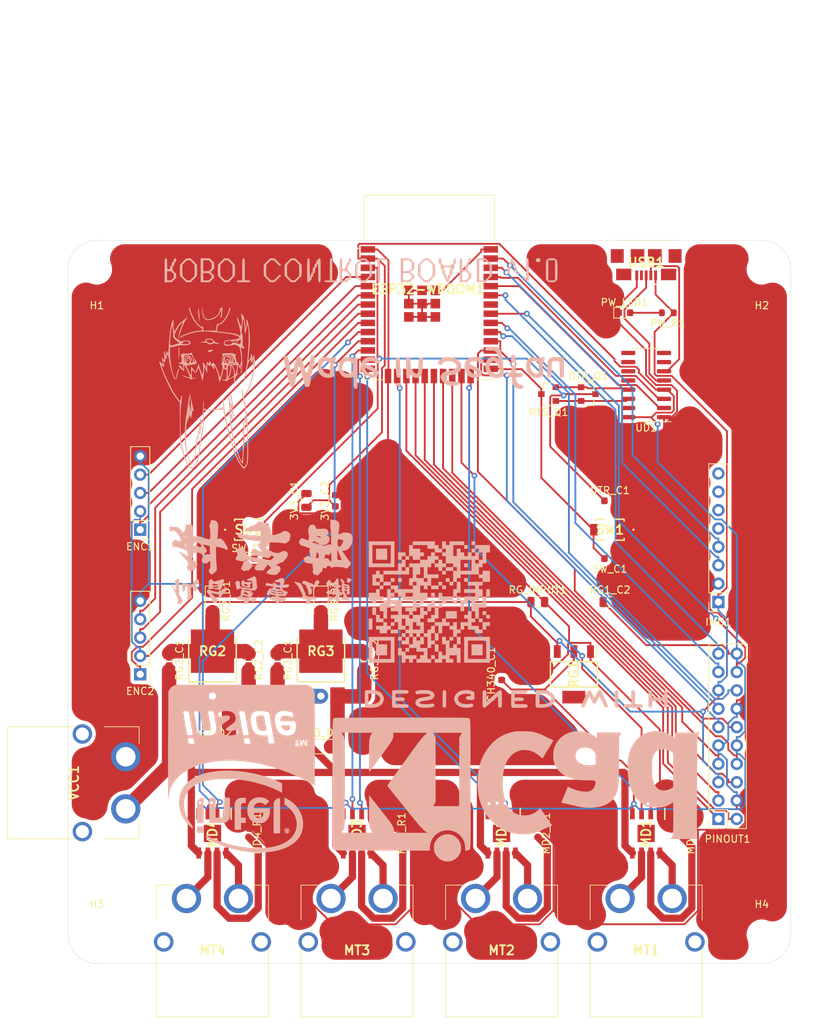
<source format=kicad_pcb>
(kicad_pcb (version 20171130) (host pcbnew "(5.1.10)-1")
  (layers (0 F.Cu signal) (31 B.Cu signal) (34 B.Paste user) (35 F.Paste user) (36 B.SilkS user) (37 F.SilkS user) (38 B.Mask user) (39 F.Mask user) (44 Edge.Cuts user))
  (net 0 "")
  (net 1 GND)
  (net 2 +3V3)
  (net 3 USB_TX)
  (net 4 USB_RX)
  (net 5 DTR)
  (net 6 ENC1_X)
  (net 7 ENC1_A)
  (net 8 +5V)
  (net 9 ENC1_B)
  (net 10 ENC2_X)
  (net 11 ENC2_A)
  (net 12 ENC2_B)
  (net 13 "Net-(ESP32-WROOM1-Pad38)")
  (net 14 IMU_SDA)
  (net 15 IMU_SCL)
  (net 16 IO14)
  (net 17 IO13)
  (net 18 IO12)
  (net 19 IO11)
  (net 20 IO10)
  (net 21 IO9)
  (net 22 IO8)
  (net 23 RTS)
  (net 24 MT1_IN2)
  (net 25 MT1_IN1)
  (net 26 IO6)
  (net 27 IO5)
  (net 28 IO4)
  (net 29 IO3)
  (net 30 IO2)
  (net 31 IO1)
  (net 32 MT2_IN2)
  (net 33 MT2_IN1)
  (net 34 MT3_IN2)
  (net 35 MT3_IN1)
  (net 36 MT4_IN2)
  (net 37 MT4_IN1)
  (net 38 +12V)
  (net 39 "Net-(PW_LED1-Pad2)")
  (net 40 "Net-(RG2-Pad3)")
  (net 41 "Net-(RG2-Pad2)")
  (net 42 VCC)
  (net 43 "Net-(RG3-Pad3)")
  (net 44 "Net-(RG3-Pad2)")
  (net 45 "Net-(MD1-Pad8)")
  (net 46 "Net-(MD1-Pad7)")
  (net 47 "Net-(MD1-Pad6)")
  (net 48 "Net-(MD2-Pad8)")
  (net 49 "Net-(MD2-Pad7)")
  (net 50 "Net-(MD2-Pad6)")
  (net 51 "Net-(MD3-Pad8)")
  (net 52 "Net-(MD3-Pad7)")
  (net 53 "Net-(MD3-Pad6)")
  (net 54 "Net-(MD4-Pad8)")
  (net 55 "Net-(MD4-Pad7)")
  (net 56 "Net-(MD4-Pad6)")
  (net 57 "Net-(DTR_Q1-Pad2)")
  (net 58 "Net-(DTR_Q1-Pad1)")
  (net 59 "Net-(UD1-Pad6)")
  (net 60 "Net-(UD1-Pad5)")
  (module Resistor_SMD:R_0402_1005Metric (layer F.Cu) (at 25 82 270)
    (fp_text reference MD4_R1 (at 0 -1.17 90) (layer F.SilkS))
    (fp_text value 0.5)
    (pad 2 smd roundrect (at 0.51 0 270) (size 0.54 0.64) (layers F.Cu F.Paste F.Mask) (net 55 "Net-(MD4-Pad7)"))
    (pad 1 smd roundrect (at -0.51 0 270) (size 0.54 0.64) (layers F.Cu F.Paste F.Mask) (net 1 GND))
  )
  (module Resistor_SMD:R_0402_1005Metric (layer F.Cu) (at 45 82 270)
    (fp_text reference MD3_R1 (at 0 -1.17 90) (layer F.SilkS))
    (fp_text value 0.5)
    (pad 2 smd roundrect (at 0.51 0 270) (size 0.54 0.64) (layers F.Cu F.Paste F.Mask) (net 52 "Net-(MD3-Pad7)"))
    (pad 1 smd roundrect (at -0.51 0 270) (size 0.54 0.64) (layers F.Cu F.Paste F.Mask) (net 1 GND))
  )
  (module Resistor_SMD:R_0402_1005Metric (layer F.Cu) (at 65 82 270)
    (fp_text reference MD2_R1 (at 0 -1.17 90) (layer F.SilkS))
    (fp_text value 0.5)
    (pad 2 smd roundrect (at 0.51 0 270) (size 0.54 0.64) (layers F.Cu F.Paste F.Mask) (net 49 "Net-(MD2-Pad7)"))
    (pad 1 smd roundrect (at -0.51 0 270) (size 0.54 0.64) (layers F.Cu F.Paste F.Mask) (net 1 GND))
  )
  (module Resistor_SMD:R_0402_1005Metric (layer F.Cu) (at 85 82 270)
    (fp_text reference MD1_R1 (at 0 -1.17 90) (layer F.SilkS))
    (fp_text value 0.5)
    (pad 2 smd roundrect (at 0.51 0 270) (size 0.54 0.64) (layers F.Cu F.Paste F.Mask) (net 46 "Net-(MD1-Pad7)"))
    (pad 1 smd roundrect (at -0.51 0 270) (size 0.54 0.64) (layers F.Cu F.Paste F.Mask) (net 1 GND))
  )
  (module My_Footprint:sendaikousenhirose (layer B.Cu) (at 27 43)
    (fp_text reference G6 hide)
    (fp_text value LOGO hide)
  )
  (module My_Footprint:made_in_segfau (layer B.Cu) (at 44 -13)
    (fp_text reference G1 hide)
    (fp_text value LOGO hide)
  )
  (module My_Footprint:robot_ctrl_bd (layer B.Cu) (at 53 -33)
    (fp_text reference G2 hide)
    (fp_text value LOGO hide)
  )
  (module My_Footprint:intel_inside2 (layer B.Cu) (at 24 74)
    (fp_text reference G5 hide)
    (fp_text value LOGO hide)
  )
  (module Symbol:KiCad-Logo2_20mm_SilkScreen (layer B.Cu) (at 62 76)
    (fp_text reference G4 hide)
    (fp_text value KiCad-Logo2_20mm_SilkScreen hide)
  )
  (module My_Footprint:miniqr (layer B.Cu) (at 50 50)
    (fp_text reference G3 hide)
    (fp_text value LOGO hide)
  )
  (module LED_SMD:LED_0603_1608Metric (layer F.Cu) (at 77 10)
    (fp_text reference PW_LED1 (at 0 -1.43) (layer F.SilkS))
    (fp_text value LED)
    (pad 2 smd roundrect (at 0.7875 0) (size 0.875 0.95) (layers F.Cu F.Paste F.Mask) (net 39 "Net-(PW_LED1-Pad2)"))
    (pad 1 smd roundrect (at -0.7875 0) (size 0.875 0.95) (layers F.Cu F.Paste F.Mask) (net 1 GND))
  )
  (module Diode_SMD:D_SOD-123F (layer F.Cu) (at 35 70)
    (fp_text reference RG3_D2 (at -0.127 -1.905) (layer F.SilkS))
    (fp_text value D)
    (pad 2 smd rect (at 1.4 0) (size 1.1 1.1) (layers F.Cu F.Paste F.Mask) (net 44 "Net-(RG3-Pad2)"))
    (pad 1 smd rect (at -1.4 0) (size 1.1 1.1) (layers F.Cu F.Paste F.Mask) (net 38 +12V))
  )
  (module Diode_SMD:D_SOD-123F (layer F.Cu) (at 35 50 270)
    (fp_text reference RG3_D1 (at -0.127 -1.905 90) (layer F.SilkS))
    (fp_text value D)
    (pad 2 smd rect (at 1.4 0 270) (size 1.1 1.1) (layers F.Cu F.Paste F.Mask) (net 43 "Net-(RG3-Pad3)"))
    (pad 1 smd rect (at -1.4 0 270) (size 1.1 1.1) (layers F.Cu F.Paste F.Mask) (net 1 GND))
  )
  (module Diode_SMD:D_SOD-123F (layer F.Cu) (at 20 70)
    (fp_text reference RG2_D2 (at -0.127 -1.905) (layer F.SilkS))
    (fp_text value D)
    (pad 2 smd rect (at 1.4 0) (size 1.1 1.1) (layers F.Cu F.Paste F.Mask) (net 41 "Net-(RG2-Pad2)"))
    (pad 1 smd rect (at -1.4 0) (size 1.1 1.1) (layers F.Cu F.Paste F.Mask) (net 38 +12V))
  )
  (module Diode_SMD:D_SOD-123F (layer F.Cu) (at 20 50 270)
    (fp_text reference RG2_D1 (at -0.127 -1.905 90) (layer F.SilkS))
    (fp_text value D)
    (pad 2 smd rect (at 1.4 0 270) (size 1.1 1.1) (layers F.Cu F.Paste F.Mask) (net 40 "Net-(RG2-Pad3)"))
    (pad 1 smd rect (at -1.4 0 270) (size 1.1 1.1) (layers F.Cu F.Paste F.Mask) (net 1 GND))
  )
  (module Resistor_SMD:R_0603_1608Metric (layer F.Cu) (at 83 10 180)
    (fp_text reference PW_R1 (at 0 -1.43) (layer F.SilkS))
    (fp_text value 1k)
    (pad 2 smd roundrect (at 0.825 0 180) (size 0.8 0.95) (layers F.Cu F.Paste F.Mask) (net 39 "Net-(PW_LED1-Pad2)"))
    (pad 1 smd roundrect (at -0.825 0 180) (size 0.8 0.95) (layers F.Cu F.Paste F.Mask) (net 8 +5V))
  )
  (module Capacitor_SMD:C_0805_2012Metric (layer F.Cu) (at 33 35.95 90)
    (fp_text reference 3V3_C1 (at 0 -1.68 90) (layer F.SilkS))
    (fp_text value 22u)
    (pad 2 smd roundrect (at 0.95 0 90) (size 1 1.45) (layers F.Cu F.Paste F.Mask) (net 1 GND))
    (pad 1 smd roundrect (at -0.95 0 90) (size 1 1.45) (layers F.Cu F.Paste F.Mask) (net 2 +3V3))
  )
  (module SamacSys_Parts:SOT230P700X180-4N (layer F.Cu) (at 70 60 270)
    (fp_text reference RG1 (at 0 0 90) (layer F.SilkS) (effects (font (size 1.27 1.27) (thickness 0.254))))
    (fp_text value LM1117-3.3 hide)
    (pad 4 smd rect (at 3.15 0 270) (size 1.75 3.2) (layers F.Cu F.Paste F.Mask))
    (pad 3 smd rect (at -3.15 2.3) (size 0.95 1.75) (layers F.Cu F.Paste F.Mask) (net 8 +5V))
    (pad 2 smd rect (at -3.15 0) (size 0.95 1.75) (layers F.Cu F.Paste F.Mask) (net 2 +3V3))
    (pad 1 smd rect (at -3.15 -2.3) (size 0.95 1.75) (layers F.Cu F.Paste F.Mask) (net 1 GND))
  )
  (module Package_SO:SOIC-16_3.9x9.9mm_P1.27mm (layer F.Cu) (at 80 20 180)
    (fp_text reference UD1 (at 0 -5.9) (layer F.SilkS))
    (fp_text value CH340G)
    (pad 16 smd roundrect (at 2.475 -4.445 180) (size 1.95 0.6) (layers F.Cu F.Paste F.Mask) (net 2 +3V3))
    (pad 15 smd roundrect (at 2.475 -3.175 180) (size 1.95 0.6) (layers F.Cu F.Paste F.Mask))
    (pad 14 smd roundrect (at 2.475 -1.905 180) (size 1.95 0.6) (layers F.Cu F.Paste F.Mask) (net 57 "Net-(DTR_Q1-Pad2)"))
    (pad 13 smd roundrect (at 2.475 -0.635 180) (size 1.95 0.6) (layers F.Cu F.Paste F.Mask) (net 58 "Net-(DTR_Q1-Pad1)"))
    (pad 12 smd roundrect (at 2.475 0.635 180) (size 1.95 0.6) (layers F.Cu F.Paste F.Mask))
    (pad 11 smd roundrect (at 2.475 1.905 180) (size 1.95 0.6) (layers F.Cu F.Paste F.Mask))
    (pad 10 smd roundrect (at 2.475 3.175 180) (size 1.95 0.6) (layers F.Cu F.Paste F.Mask))
    (pad 9 smd roundrect (at 2.475 4.445 180) (size 1.95 0.6) (layers F.Cu F.Paste F.Mask))
    (pad 8 smd roundrect (at -2.475 4.445 180) (size 1.95 0.6) (layers F.Cu F.Paste F.Mask))
    (pad 7 smd roundrect (at -2.475 3.175 180) (size 1.95 0.6) (layers F.Cu F.Paste F.Mask))
    (pad 6 smd roundrect (at -2.475 1.905 180) (size 1.95 0.6) (layers F.Cu F.Paste F.Mask) (net 59 "Net-(UD1-Pad6)"))
    (pad 5 smd roundrect (at -2.475 0.635 180) (size 1.95 0.6) (layers F.Cu F.Paste F.Mask) (net 60 "Net-(UD1-Pad5)"))
    (pad 4 smd roundrect (at -2.475 -0.635 180) (size 1.95 0.6) (layers F.Cu F.Paste F.Mask) (net 2 +3V3))
    (pad 3 smd roundrect (at -2.475 -1.905 180) (size 1.95 0.6) (layers F.Cu F.Paste F.Mask) (net 3 USB_TX))
    (pad 2 smd roundrect (at -2.475 -3.175 180) (size 1.95 0.6) (layers F.Cu F.Paste F.Mask) (net 4 USB_RX))
    (pad 1 smd roundrect (at -2.475 -4.445 180) (size 1.95 0.6) (layers F.Cu F.Paste F.Mask) (net 1 GND))
  )
  (module SamacSys_Parts:XT60PWM (layer F.Cu) (at 20 91 180)
    (fp_text reference MT4 (at 0 -7.163) (layer F.SilkS) (effects (font (size 1.27 1.27) (thickness 0.254))))
    (fp_text value XT60PW-M hide)
    (pad 4 thru_hole circle (at -6.75 -6 180) (size 2.7 2.7) (drill 1.8) (layers *.Cu *.Mask))
    (pad 3 thru_hole circle (at 6.75 -6 180) (size 2.7 2.7) (drill 1.8) (layers *.Cu *.Mask))
    (pad 2 thru_hole circle (at 3.6 0 180) (size 4.05 4.05) (drill 2.7) (layers *.Cu *.Mask) (net 56 "Net-(MD4-Pad6)"))
    (pad 1 thru_hole circle (at -3.6 0 180) (size 4.05 4.05) (drill 2.7) (layers *.Cu *.Mask) (net 54 "Net-(MD4-Pad8)"))
  )
  (module SamacSys_Parts:XT60PWM (layer F.Cu) (at 40 91 180)
    (fp_text reference MT3 (at 0 -7.163) (layer F.SilkS) (effects (font (size 1.27 1.27) (thickness 0.254))))
    (fp_text value XT60PW-M hide)
    (pad 4 thru_hole circle (at -6.75 -6 180) (size 2.7 2.7) (drill 1.8) (layers *.Cu *.Mask))
    (pad 3 thru_hole circle (at 6.75 -6 180) (size 2.7 2.7) (drill 1.8) (layers *.Cu *.Mask))
    (pad 2 thru_hole circle (at 3.6 0 180) (size 4.05 4.05) (drill 2.7) (layers *.Cu *.Mask) (net 53 "Net-(MD3-Pad6)"))
    (pad 1 thru_hole circle (at -3.6 0 180) (size 4.05 4.05) (drill 2.7) (layers *.Cu *.Mask) (net 51 "Net-(MD3-Pad8)"))
  )
  (module SamacSys_Parts:XT60PWM (layer F.Cu) (at 60 91 180)
    (fp_text reference MT2 (at 0 -7.163) (layer F.SilkS) (effects (font (size 1.27 1.27) (thickness 0.254))))
    (fp_text value XT60PW-M hide)
    (pad 4 thru_hole circle (at -6.75 -6 180) (size 2.7 2.7) (drill 1.8) (layers *.Cu *.Mask))
    (pad 3 thru_hole circle (at 6.75 -6 180) (size 2.7 2.7) (drill 1.8) (layers *.Cu *.Mask))
    (pad 2 thru_hole circle (at 3.6 0 180) (size 4.05 4.05) (drill 2.7) (layers *.Cu *.Mask) (net 50 "Net-(MD2-Pad6)"))
    (pad 1 thru_hole circle (at -3.6 0 180) (size 4.05 4.05) (drill 2.7) (layers *.Cu *.Mask) (net 48 "Net-(MD2-Pad8)"))
  )
  (module SamacSys_Parts:XT60PWM (layer F.Cu) (at 80 91 180)
    (fp_text reference MT1 (at 0 -7.163) (layer F.SilkS) (effects (font (size 1.27 1.27) (thickness 0.254))))
    (fp_text value XT60PW-M hide)
    (pad 4 thru_hole circle (at -6.75 -6 180) (size 2.7 2.7) (drill 1.8) (layers *.Cu *.Mask))
    (pad 3 thru_hole circle (at 6.75 -6 180) (size 2.7 2.7) (drill 1.8) (layers *.Cu *.Mask))
    (pad 2 thru_hole circle (at 3.6 0 180) (size 4.05 4.05) (drill 2.7) (layers *.Cu *.Mask) (net 47 "Net-(MD1-Pad6)"))
    (pad 1 thru_hole circle (at -3.6 0 180) (size 4.05 4.05) (drill 2.7) (layers *.Cu *.Mask) (net 45 "Net-(MD1-Pad8)"))
  )
  (module SamacSys_Parts:SOIC127P600X175-9N (layer F.Cu) (at 20 82 270)
    (fp_text reference MD4 (at 0 0 90) (layer F.SilkS) (effects (font (size 1.27 1.27) (thickness 0.254))))
    (fp_text value TB67H450FNG,EL hide)
    (pad 9 smd rect (at 0 0 270) (size 2.39 2.39) (layers F.Cu F.Paste F.Mask))
    (pad 8 smd rect (at 2.712 -1.905) (size 0.65 1.525) (layers F.Cu F.Paste F.Mask) (net 54 "Net-(MD4-Pad8)"))
    (pad 7 smd rect (at 2.712 -0.635) (size 0.65 1.525) (layers F.Cu F.Paste F.Mask) (net 55 "Net-(MD4-Pad7)"))
    (pad 6 smd rect (at 2.712 0.635) (size 0.65 1.525) (layers F.Cu F.Paste F.Mask) (net 56 "Net-(MD4-Pad6)"))
    (pad 5 smd rect (at 2.712 1.905) (size 0.65 1.525) (layers F.Cu F.Paste F.Mask) (net 38 +12V))
    (pad 4 smd rect (at -2.712 1.905) (size 0.65 1.525) (layers F.Cu F.Paste F.Mask) (net 2 +3V3))
    (pad 3 smd rect (at -2.712 0.635) (size 0.65 1.525) (layers F.Cu F.Paste F.Mask) (net 37 MT4_IN1))
    (pad 2 smd rect (at -2.712 -0.635) (size 0.65 1.525) (layers F.Cu F.Paste F.Mask) (net 36 MT4_IN2))
    (pad 1 smd rect (at -2.712 -1.905) (size 0.65 1.525) (layers F.Cu F.Paste F.Mask) (net 1 GND))
  )
  (module SamacSys_Parts:SOIC127P600X175-9N (layer F.Cu) (at 40 82 270)
    (fp_text reference MD3 (at 0 0 90) (layer F.SilkS) (effects (font (size 1.27 1.27) (thickness 0.254))))
    (fp_text value TB67H450FNG,EL hide)
    (pad 9 smd rect (at 0 0 270) (size 2.39 2.39) (layers F.Cu F.Paste F.Mask))
    (pad 8 smd rect (at 2.712 -1.905) (size 0.65 1.525) (layers F.Cu F.Paste F.Mask) (net 51 "Net-(MD3-Pad8)"))
    (pad 7 smd rect (at 2.712 -0.635) (size 0.65 1.525) (layers F.Cu F.Paste F.Mask) (net 52 "Net-(MD3-Pad7)"))
    (pad 6 smd rect (at 2.712 0.635) (size 0.65 1.525) (layers F.Cu F.Paste F.Mask) (net 53 "Net-(MD3-Pad6)"))
    (pad 5 smd rect (at 2.712 1.905) (size 0.65 1.525) (layers F.Cu F.Paste F.Mask) (net 38 +12V))
    (pad 4 smd rect (at -2.712 1.905) (size 0.65 1.525) (layers F.Cu F.Paste F.Mask) (net 2 +3V3))
    (pad 3 smd rect (at -2.712 0.635) (size 0.65 1.525) (layers F.Cu F.Paste F.Mask) (net 35 MT3_IN1))
    (pad 2 smd rect (at -2.712 -0.635) (size 0.65 1.525) (layers F.Cu F.Paste F.Mask) (net 34 MT3_IN2))
    (pad 1 smd rect (at -2.712 -1.905) (size 0.65 1.525) (layers F.Cu F.Paste F.Mask) (net 1 GND))
  )
  (module SamacSys_Parts:SOIC127P600X175-9N (layer F.Cu) (at 60 82 270)
    (fp_text reference MD2 (at 0 0 90) (layer F.SilkS) (effects (font (size 1.27 1.27) (thickness 0.254))))
    (fp_text value TB67H450FNG,EL hide)
    (pad 9 smd rect (at 0 0 270) (size 2.39 2.39) (layers F.Cu F.Paste F.Mask))
    (pad 8 smd rect (at 2.712 -1.905) (size 0.65 1.525) (layers F.Cu F.Paste F.Mask) (net 48 "Net-(MD2-Pad8)"))
    (pad 7 smd rect (at 2.712 -0.635) (size 0.65 1.525) (layers F.Cu F.Paste F.Mask) (net 49 "Net-(MD2-Pad7)"))
    (pad 6 smd rect (at 2.712 0.635) (size 0.65 1.525) (layers F.Cu F.Paste F.Mask) (net 50 "Net-(MD2-Pad6)"))
    (pad 5 smd rect (at 2.712 1.905) (size 0.65 1.525) (layers F.Cu F.Paste F.Mask) (net 38 +12V))
    (pad 4 smd rect (at -2.712 1.905) (size 0.65 1.525) (layers F.Cu F.Paste F.Mask) (net 2 +3V3))
    (pad 3 smd rect (at -2.712 0.635) (size 0.65 1.525) (layers F.Cu F.Paste F.Mask) (net 33 MT2_IN1))
    (pad 2 smd rect (at -2.712 -0.635) (size 0.65 1.525) (layers F.Cu F.Paste F.Mask) (net 32 MT2_IN2))
    (pad 1 smd rect (at -2.712 -1.905) (size 0.65 1.525) (layers F.Cu F.Paste F.Mask) (net 1 GND))
  )
  (module SamacSys_Parts:SOIC127P600X175-9N (layer F.Cu) (at 80 82 270)
    (fp_text reference MD1 (at 0 0 90) (layer F.SilkS) (effects (font (size 1.27 1.27) (thickness 0.254))))
    (fp_text value TB67H450FNG,EL hide)
    (pad 9 smd rect (at 0 0 270) (size 2.39 2.39) (layers F.Cu F.Paste F.Mask))
    (pad 8 smd rect (at 2.712 -1.905) (size 0.65 1.525) (layers F.Cu F.Paste F.Mask) (net 45 "Net-(MD1-Pad8)"))
    (pad 7 smd rect (at 2.712 -0.635) (size 0.65 1.525) (layers F.Cu F.Paste F.Mask) (net 46 "Net-(MD1-Pad7)"))
    (pad 6 smd rect (at 2.712 0.635) (size 0.65 1.525) (layers F.Cu F.Paste F.Mask) (net 47 "Net-(MD1-Pad6)"))
    (pad 5 smd rect (at 2.712 1.905) (size 0.65 1.525) (layers F.Cu F.Paste F.Mask) (net 38 +12V))
    (pad 4 smd rect (at -2.712 1.905) (size 0.65 1.525) (layers F.Cu F.Paste F.Mask) (net 2 +3V3))
    (pad 3 smd rect (at -2.712 0.635) (size 0.65 1.525) (layers F.Cu F.Paste F.Mask) (net 25 MT1_IN1))
    (pad 2 smd rect (at -2.712 -0.635) (size 0.65 1.525) (layers F.Cu F.Paste F.Mask) (net 24 MT1_IN2))
    (pad 1 smd rect (at -2.712 -1.905) (size 0.65 1.525) (layers F.Cu F.Paste F.Mask) (net 1 GND))
  )
  (module SamacSys_Parts:XT60PWM (layer F.Cu) (at 8 75 90)
    (fp_text reference VCC1 (at 0 -7.163 90) (layer F.SilkS) (effects (font (size 1.27 1.27) (thickness 0.254))))
    (fp_text value XT60PW-M hide)
    (pad 4 thru_hole circle (at -6.75 -6 90) (size 2.7 2.7) (drill 1.8) (layers *.Cu *.Mask))
    (pad 3 thru_hole circle (at 6.75 -6 90) (size 2.7 2.7) (drill 1.8) (layers *.Cu *.Mask))
    (pad 2 thru_hole circle (at 3.6 0 90) (size 4.05 4.05) (drill 2.7) (layers *.Cu *.Mask) (net 1 GND))
    (pad 1 thru_hole circle (at -3.6 0 90) (size 4.05 4.05) (drill 2.7) (layers *.Cu *.Mask) (net 42 VCC))
  )
  (module SamacSys_Parts:ZX62B5PA33 (layer F.Cu) (at 80 2.5 180)
    (fp_text reference USB1 (at 0 -0.55) (layer F.SilkS) (effects (font (size 1.27 1.27) (thickness 0.254))))
    (fp_text value USB_B_Micro hide)
    (pad MP6 smd rect (at 1.2 0.35 180) (size 1.9 1.9) (layers F.Cu F.Paste F.Mask))
    (pad MP5 smd rect (at -1.2 0.35 180) (size 1.9 1.9) (layers F.Cu F.Paste F.Mask))
    (pad MP4 smd rect (at 3.1 -2.2 270) (size 1.6 2.1) (layers F.Cu F.Paste F.Mask))
    (pad MP3 smd rect (at -3.1 -2.2 270) (size 1.6 2.1) (layers F.Cu F.Paste F.Mask))
    (pad MP2 smd rect (at 4 0.35 180) (size 1.8 1.9) (layers F.Cu F.Paste F.Mask))
    (pad MP1 smd rect (at -4 0.35 180) (size 1.8 1.9) (layers F.Cu F.Paste F.Mask))
    (pad 5 smd rect (at 1.3 -2.325 180) (size 0.4 1.35) (layers F.Cu F.Paste F.Mask) (net 1 GND))
    (pad 4 smd rect (at 0.65 -2.325 180) (size 0.4 1.35) (layers F.Cu F.Paste F.Mask))
    (pad 3 smd rect (at 0 -2.325 180) (size 0.4 1.35) (layers F.Cu F.Paste F.Mask) (net 60 "Net-(UD1-Pad5)"))
    (pad 2 smd rect (at -0.65 -2.325 180) (size 0.4 1.35) (layers F.Cu F.Paste F.Mask) (net 59 "Net-(UD1-Pad6)"))
    (pad 1 smd rect (at -1.3 -2.325 180) (size 0.4 1.35) (layers F.Cu F.Paste F.Mask) (net 8 +5V))
  )
  (module Capacitor_SMD:C_0603_1608Metric (layer F.Cu) (at 25 44)
    (fp_text reference SW_C2 (at 0 -1.43) (layer F.SilkS))
    (fp_text value 0.1u)
    (pad 2 smd roundrect (at 0.775 0) (size 0.9 0.95) (layers F.Cu F.Paste F.Mask) (net 5 DTR))
    (pad 1 smd roundrect (at -0.775 0) (size 0.9 0.95) (layers F.Cu F.Paste F.Mask) (net 1 GND))
  )
  (module Capacitor_SMD:C_0603_1608Metric (layer F.Cu) (at 75 44 180)
    (fp_text reference SW_C1 (at 0 -1.43) (layer F.SilkS))
    (fp_text value 0.1u)
    (pad 2 smd roundrect (at 0.775 0 180) (size 0.9 0.95) (layers F.Cu F.Paste F.Mask) (net 23 RTS))
    (pad 1 smd roundrect (at -0.775 0 180) (size 0.9 0.95) (layers F.Cu F.Paste F.Mask) (net 1 GND))
  )
  (module SamacSys_Parts:TVAF06A020BR (layer F.Cu) (at 25 40)
    (fp_text reference SW2 (at 0 0) (layer F.SilkS) (effects (font (size 1.27 1.27) (thickness 0.254))))
    (fp_text value SW_Push hide)
    (pad MH2 np_thru_hole circle (at 0 0.9) (size 0.75 0) (drill 0.75) (layers *.Cu *.Mask))
    (pad MH1 np_thru_hole circle (at 0 -0.9) (size 0.75 0) (drill 0.75) (layers *.Cu *.Mask))
    (pad 2 smd rect (at 2.225 0) (size 1.05 1.6) (layers F.Cu F.Paste F.Mask) (net 5 DTR))
    (pad 1 smd rect (at -2.225 0) (size 1.05 1.6) (layers F.Cu F.Paste F.Mask) (net 1 GND))
  )
  (module SamacSys_Parts:TVAF06A020BR (layer F.Cu) (at 75 40 180)
    (fp_text reference SW1 (at 0 0) (layer F.SilkS) (effects (font (size 1.27 1.27) (thickness 0.254))))
    (fp_text value SW_Push hide)
    (pad MH2 np_thru_hole circle (at 0 0.9 180) (size 0.75 0) (drill 0.75) (layers *.Cu *.Mask))
    (pad MH1 np_thru_hole circle (at 0 -0.9 180) (size 0.75 0) (drill 0.75) (layers *.Cu *.Mask))
    (pad 2 smd rect (at 2.225 0 180) (size 1.05 1.6) (layers F.Cu F.Paste F.Mask) (net 23 RTS))
    (pad 1 smd rect (at -2.225 0 180) (size 1.05 1.6) (layers F.Cu F.Paste F.Mask) (net 1 GND))
  )
  (module Package_TO_SOT_SMD:SOT-23 (layer F.Cu) (at 66.5 21.25 180)
    (fp_text reference RTS_Q1 (at 0 -2.5) (layer F.SilkS))
    (fp_text value BSS138)
    (pad 3 smd rect (at 1 0 180) (size 0.9 0.8) (layers F.Cu F.Paste F.Mask) (net 23 RTS))
    (pad 2 smd rect (at -1 0.95 180) (size 0.9 0.8) (layers F.Cu F.Paste F.Mask) (net 58 "Net-(DTR_Q1-Pad1)"))
    (pad 1 smd rect (at -1 -0.95 180) (size 0.9 0.8) (layers F.Cu F.Paste F.Mask) (net 57 "Net-(DTR_Q1-Pad2)"))
  )
  (module Capacitor_SMD:C_0603_1608Metric (layer F.Cu) (at 41 58 270)
    (fp_text reference RG3_C2 (at 0 -1.43 90) (layer F.SilkS))
    (fp_text value 0.1u)
    (pad 2 smd roundrect (at 0.775 0 270) (size 0.9 0.95) (layers F.Cu F.Paste F.Mask) (net 44 "Net-(RG3-Pad2)"))
    (pad 1 smd roundrect (at -0.775 0 270) (size 0.9 0.95) (layers F.Cu F.Paste F.Mask) (net 43 "Net-(RG3-Pad3)"))
  )
  (module Capacitor_SMD:C_0603_1608Metric (layer F.Cu) (at 29 58 270)
    (fp_text reference RG3_C1 (at 0 -1.43 90) (layer F.SilkS))
    (fp_text value 0.39u)
    (pad 2 smd roundrect (at 0.775 0 270) (size 0.9 0.95) (layers F.Cu F.Paste F.Mask) (net 42 VCC))
    (pad 1 smd roundrect (at -0.775 0 270) (size 0.9 0.95) (layers F.Cu F.Paste F.Mask) (net 43 "Net-(RG3-Pad3)"))
  )
  (module Capacitor_SMD:C_0603_1608Metric (layer F.Cu) (at 25 58 270)
    (fp_text reference RG2_C2 (at 0 -1.43 90) (layer F.SilkS))
    (fp_text value 0.1u)
    (pad 2 smd roundrect (at 0.775 0 270) (size 0.9 0.95) (layers F.Cu F.Paste F.Mask) (net 41 "Net-(RG2-Pad2)"))
    (pad 1 smd roundrect (at -0.775 0 270) (size 0.9 0.95) (layers F.Cu F.Paste F.Mask) (net 40 "Net-(RG2-Pad3)"))
  )
  (module Capacitor_SMD:C_0603_1608Metric (layer F.Cu) (at 14 58 270)
    (fp_text reference RG2_C1 (at 0 -1.43 90) (layer F.SilkS))
    (fp_text value 0.39u)
    (pad 2 smd roundrect (at 0.775 0 270) (size 0.9 0.95) (layers F.Cu F.Paste F.Mask) (net 42 VCC))
    (pad 1 smd roundrect (at -0.775 0 270) (size 0.9 0.95) (layers F.Cu F.Paste F.Mask) (net 40 "Net-(RG2-Pad3)"))
  )
  (module Capacitor_SMD:C_0805_2012Metric (layer F.Cu) (at 75 50)
    (fp_text reference RG1_C2 (at 0 -1.68) (layer F.SilkS))
    (fp_text value 10u)
    (pad 2 smd roundrect (at 0.95 0) (size 1 1.45) (layers F.Cu F.Paste F.Mask) (net 1 GND))
    (pad 1 smd roundrect (at -0.95 0) (size 1 1.45) (layers F.Cu F.Paste F.Mask) (net 2 +3V3))
  )
  (module Capacitor_SMD:C_0805_2012Metric (layer F.Cu) (at 65 50)
    (fp_text reference RG_INPUT1 (at 0 -1.68) (layer F.SilkS))
    (fp_text value 10u)
    (pad 2 smd roundrect (at 0.95 0) (size 1 1.45) (layers F.Cu F.Paste F.Mask) (net 1 GND))
    (pad 1 smd roundrect (at -0.95 0) (size 1 1.45) (layers F.Cu F.Paste F.Mask) (net 8 +5V))
  )
  (module SamacSys_Parts:TO-252-3-L1 (layer F.Cu) (at 35 55)
    (fp_text reference RG3 (at 0 1.8) (layer F.SilkS) (effects (font (size 1.27 1.27) (thickness 0.254))))
    (fp_text value NJM7800S-DL1 hide)
    (pad 3 smd rect (at 0 1.8 90) (size 6 6) (layers F.Cu F.Paste F.Mask) (net 43 "Net-(RG3-Pad3)"))
    (pad 2 smd rect (at 2.3 8.05) (size 2 2.5) (layers F.Cu F.Paste F.Mask) (net 44 "Net-(RG3-Pad2)"))
    (pad 1 smd rect (at -2.3 8.05) (size 2 2.5) (layers F.Cu F.Paste F.Mask) (net 42 VCC))
  )
  (module SamacSys_Parts:TO-252-3-L1 (layer F.Cu) (at 20 55)
    (fp_text reference RG2 (at 0 1.8) (layer F.SilkS) (effects (font (size 1.27 1.27) (thickness 0.254))))
    (fp_text value NJM7800S-DL1 hide)
    (pad 3 smd rect (at 0 1.8 90) (size 6 6) (layers F.Cu F.Paste F.Mask) (net 40 "Net-(RG2-Pad3)"))
    (pad 2 smd rect (at 2.3 8.05) (size 2 2.5) (layers F.Cu F.Paste F.Mask) (net 41 "Net-(RG2-Pad2)"))
    (pad 1 smd rect (at -2.3 8.05) (size 2 2.5) (layers F.Cu F.Paste F.Mask) (net 42 VCC))
  )
  (module Connector_PinSocket_2.54mm:PinSocket_2x10_P2.54mm_Vertical (layer F.Cu) (at 90 80 180)
    (fp_text reference PINOUT1 (at -1.27 -2.77) (layer F.SilkS))
    (fp_text value Conn_02x10_Counter_Clockwise)
    (pad 20 thru_hole oval (at -2.54 22.86 180) (size 1.7 1.7) (drill 1) (layers *.Cu *.Mask) (net 2 +3V3))
    (pad 19 thru_hole oval (at 0 22.86 180) (size 1.7 1.7) (drill 1) (layers *.Cu *.Mask) (net 16 IO14))
    (pad 18 thru_hole oval (at -2.54 20.32 180) (size 1.7 1.7) (drill 1) (layers *.Cu *.Mask) (net 17 IO13))
    (pad 17 thru_hole oval (at 0 20.32 180) (size 1.7 1.7) (drill 1) (layers *.Cu *.Mask) (net 18 IO12))
    (pad 16 thru_hole oval (at -2.54 17.78 180) (size 1.7 1.7) (drill 1) (layers *.Cu *.Mask) (net 19 IO11))
    (pad 15 thru_hole oval (at 0 17.78 180) (size 1.7 1.7) (drill 1) (layers *.Cu *.Mask) (net 8 +5V))
    (pad 14 thru_hole oval (at -2.54 15.24 180) (size 1.7 1.7) (drill 1) (layers *.Cu *.Mask) (net 1 GND))
    (pad 13 thru_hole oval (at 0 15.24 180) (size 1.7 1.7) (drill 1) (layers *.Cu *.Mask) (net 20 IO10))
    (pad 12 thru_hole oval (at -2.54 12.7 180) (size 1.7 1.7) (drill 1) (layers *.Cu *.Mask) (net 21 IO9))
    (pad 11 thru_hole oval (at 0 12.7 180) (size 1.7 1.7) (drill 1) (layers *.Cu *.Mask) (net 22 IO8))
    (pad 10 thru_hole oval (at -2.54 10.16 180) (size 1.7 1.7) (drill 1) (layers *.Cu *.Mask) (net 2 +3V3))
    (pad 9 thru_hole oval (at 0 10.16 180) (size 1.7 1.7) (drill 1) (layers *.Cu *.Mask) (net 1 GND))
    (pad 8 thru_hole oval (at -2.54 7.62 180) (size 1.7 1.7) (drill 1) (layers *.Cu *.Mask) (net 26 IO6))
    (pad 7 thru_hole oval (at 0 7.62 180) (size 1.7 1.7) (drill 1) (layers *.Cu *.Mask) (net 27 IO5))
    (pad 6 thru_hole oval (at -2.54 5.08 180) (size 1.7 1.7) (drill 1) (layers *.Cu *.Mask) (net 28 IO4))
    (pad 5 thru_hole oval (at 0 5.08 180) (size 1.7 1.7) (drill 1) (layers *.Cu *.Mask) (net 8 +5V))
    (pad 4 thru_hole oval (at -2.54 2.54 180) (size 1.7 1.7) (drill 1) (layers *.Cu *.Mask) (net 1 GND))
    (pad 3 thru_hole oval (at 0 2.54 180) (size 1.7 1.7) (drill 1) (layers *.Cu *.Mask) (net 29 IO3))
    (pad 2 thru_hole oval (at -2.54 0 180) (size 1.7 1.7) (drill 1) (layers *.Cu *.Mask) (net 30 IO2))
    (pad 1 thru_hole rect (at 0 0 180) (size 1.7 1.7) (drill 1) (layers *.Cu *.Mask) (net 31 IO1))
  )
  (module Connector_PinSocket_2.54mm:PinSocket_1x08_P2.54mm_Vertical (layer F.Cu) (at 90 50 180)
    (fp_text reference IMU1 (at 0 -2.77) (layer F.SilkS))
    (fp_text value Conn_01x08)
    (pad 8 thru_hole oval (at 0 17.78 180) (size 1.7 1.7) (drill 1) (layers *.Cu *.Mask))
    (pad 7 thru_hole oval (at 0 15.24 180) (size 1.7 1.7) (drill 1) (layers *.Cu *.Mask))
    (pad 6 thru_hole oval (at 0 12.7 180) (size 1.7 1.7) (drill 1) (layers *.Cu *.Mask))
    (pad 5 thru_hole oval (at 0 10.16 180) (size 1.7 1.7) (drill 1) (layers *.Cu *.Mask))
    (pad 4 thru_hole oval (at 0 7.62 180) (size 1.7 1.7) (drill 1) (layers *.Cu *.Mask) (net 14 IMU_SDA))
    (pad 3 thru_hole oval (at 0 5.08 180) (size 1.7 1.7) (drill 1) (layers *.Cu *.Mask) (net 15 IMU_SCL))
    (pad 2 thru_hole oval (at 0 2.54 180) (size 1.7 1.7) (drill 1) (layers *.Cu *.Mask) (net 1 GND))
    (pad 1 thru_hole rect (at 0 0 180) (size 1.7 1.7) (drill 1) (layers *.Cu *.Mask) (net 8 +5V))
  )
  (module MountingHole:MountingHole_3.2mm_M3 (layer F.Cu) (at 96 96)
    (fp_text reference H4 (at 0 -4.2) (layer F.SilkS))
    (fp_text value MountingHole)
    (pad 1 np_thru_hole circle (at 0 0) (size 3.2 3.2) (drill 3.2) (layers *.Cu *.Mask))
  )
  (module MountingHole:MountingHole_3.2mm_M3 (layer F.Cu) (at 4 96)
    (fp_text reference H3 (at 0 -4.2) (layer F.SilkS))
    (fp_text value MountingHole)
    (pad 1 np_thru_hole circle (at 0 0) (size 3.2 3.2) (drill 3.2) (layers *.Cu *.Mask))
  )
  (module MountingHole:MountingHole_3.2mm_M3 (layer F.Cu) (at 96 4)
    (fp_text reference H2 (at 0 5) (layer F.SilkS))
    (fp_text value MountingHole)
    (pad 1 np_thru_hole circle (at 0 0) (size 3.2 3.2) (drill 3.2) (layers *.Cu *.Mask))
  )
  (module MountingHole:MountingHole_3.2mm_M3 (layer F.Cu) (at 4 4)
    (fp_text reference H1 (at 0 5) (layer F.SilkS))
    (fp_text value MountingHole)
    (pad 1 np_thru_hole circle (at 0 0) (size 3.2 3.2) (drill 3.2) (layers *.Cu *.Mask))
  )
  (module SamacSys_Parts:ESP32WROOM32M103QH2800PH3Q0 (layer F.Cu) (at 50 6.5)
    (fp_text reference ESP32-WROOM1 (at -0.2 0.25) (layer F.SilkS) (effects (font (size 1.27 1.27) (thickness 0.254))))
    (fp_text value ESP32-WROOM-32_M103QH2800PH3Q0_ hide)
    (pad 47 smd rect (at -2.835 2.24) (size 1.33 1.33) (layers F.Cu F.Paste F.Mask) (net 13 "Net-(ESP32-WROOM1-Pad38)"))
    (pad 46 smd rect (at -2.835 0.405) (size 1.33 1.33) (layers F.Cu F.Paste F.Mask) (net 13 "Net-(ESP32-WROOM1-Pad38)"))
    (pad 45 smd rect (at -1 0.405) (size 1.33 1.33) (layers F.Cu F.Paste F.Mask) (net 13 "Net-(ESP32-WROOM1-Pad38)"))
    (pad 44 smd rect (at 0.835 0.405) (size 1.33 1.33) (layers F.Cu F.Paste F.Mask) (net 13 "Net-(ESP32-WROOM1-Pad38)"))
    (pad 43 smd rect (at 0.835 2.24) (size 1.33 1.33) (layers F.Cu F.Paste F.Mask) (net 13 "Net-(ESP32-WROOM1-Pad38)"))
    (pad 42 smd rect (at 0.835 4.075) (size 1.33 1.33) (layers F.Cu F.Paste F.Mask) (net 13 "Net-(ESP32-WROOM1-Pad38)"))
    (pad 41 smd rect (at -1 4.075) (size 1.33 1.33) (layers F.Cu F.Paste F.Mask) (net 13 "Net-(ESP32-WROOM1-Pad38)"))
    (pad 40 smd rect (at -2.835 4.075) (size 1.33 1.33) (layers F.Cu F.Paste F.Mask) (net 13 "Net-(ESP32-WROOM1-Pad38)"))
    (pad 39 smd rect (at -1 2.24) (size 1.33 1.33) (layers F.Cu F.Paste F.Mask) (net 13 "Net-(ESP32-WROOM1-Pad38)"))
    (pad 38 smd rect (at 8.5 -5.26 90) (size 0.9 2) (layers F.Cu F.Paste F.Mask) (net 13 "Net-(ESP32-WROOM1-Pad38)"))
    (pad 37 smd rect (at 8.5 -3.99 90) (size 0.9 2) (layers F.Cu F.Paste F.Mask) (net 14 IMU_SDA))
    (pad 36 smd rect (at 8.5 -2.72 90) (size 0.9 2) (layers F.Cu F.Paste F.Mask) (net 15 IMU_SCL))
    (pad 35 smd rect (at 8.5 -1.45 90) (size 0.9 2) (layers F.Cu F.Paste F.Mask) (net 3 USB_TX))
    (pad 34 smd rect (at 8.5 -0.18 90) (size 0.9 2) (layers F.Cu F.Paste F.Mask) (net 4 USB_RX))
    (pad 33 smd rect (at 8.5 1.09 90) (size 0.9 2) (layers F.Cu F.Paste F.Mask) (net 16 IO14))
    (pad 32 smd rect (at 8.5 2.36 90) (size 0.9 2) (layers F.Cu F.Paste F.Mask))
    (pad 31 smd rect (at 8.5 3.63 90) (size 0.9 2) (layers F.Cu F.Paste F.Mask) (net 17 IO13))
    (pad 30 smd rect (at 8.5 4.9 90) (size 0.9 2) (layers F.Cu F.Paste F.Mask) (net 18 IO12))
    (pad 29 smd rect (at 8.5 6.17 90) (size 0.9 2) (layers F.Cu F.Paste F.Mask) (net 19 IO11))
    (pad 28 smd rect (at 8.5 7.44 90) (size 0.9 2) (layers F.Cu F.Paste F.Mask) (net 20 IO10))
    (pad 27 smd rect (at 8.5 8.71 90) (size 0.9 2) (layers F.Cu F.Paste F.Mask) (net 21 IO9))
    (pad 26 smd rect (at 8.5 9.98 90) (size 0.9 2) (layers F.Cu F.Paste F.Mask) (net 22 IO8))
    (pad 25 smd rect (at 8.5 11.25 90) (size 0.9 2) (layers F.Cu F.Paste F.Mask) (net 23 RTS))
    (pad 24 smd rect (at 5.715 12.25) (size 0.9 2) (layers F.Cu F.Paste F.Mask) (net 24 MT1_IN2))
    (pad 23 smd rect (at 4.445 12.25) (size 0.9 2) (layers F.Cu F.Paste F.Mask) (net 25 MT1_IN1))
    (pad 22 smd rect (at 3.175 12.25) (size 0.9 2) (layers F.Cu F.Paste F.Mask) (net 26 IO6))
    (pad 21 smd rect (at 1.905 12.25) (size 0.9 2) (layers F.Cu F.Paste F.Mask) (net 27 IO5))
    (pad 20 smd rect (at 0.635 12.25) (size 0.9 2) (layers F.Cu F.Paste F.Mask) (net 28 IO4))
    (pad 19 smd rect (at -0.635 12.25) (size 0.9 2) (layers F.Cu F.Paste F.Mask) (net 29 IO3))
    (pad 18 smd rect (at -1.905 12.25) (size 0.9 2) (layers F.Cu F.Paste F.Mask) (net 30 IO2))
    (pad 17 smd rect (at -3.175 12.25) (size 0.9 2) (layers F.Cu F.Paste F.Mask) (net 31 IO1))
    (pad 16 smd rect (at -4.445 12.25) (size 0.9 2) (layers F.Cu F.Paste F.Mask) (net 32 MT2_IN2))
    (pad 15 smd rect (at -5.715 12.25) (size 0.9 2) (layers F.Cu F.Paste F.Mask) (net 1 GND))
    (pad 14 smd rect (at -8.5 11.25 90) (size 0.9 2) (layers F.Cu F.Paste F.Mask) (net 33 MT2_IN1))
    (pad 13 smd rect (at -8.5 9.98 90) (size 0.9 2) (layers F.Cu F.Paste F.Mask) (net 34 MT3_IN2))
    (pad 12 smd rect (at -8.5 8.71 90) (size 0.9 2) (layers F.Cu F.Paste F.Mask) (net 35 MT3_IN1))
    (pad 11 smd rect (at -8.5 7.44 90) (size 0.9 2) (layers F.Cu F.Paste F.Mask) (net 36 MT4_IN2))
    (pad 10 smd rect (at -8.5 6.17 90) (size 0.9 2) (layers F.Cu F.Paste F.Mask) (net 37 MT4_IN1))
    (pad 9 smd rect (at -8.5 4.9 90) (size 0.9 2) (layers F.Cu F.Paste F.Mask) (net 12 ENC2_B))
    (pad 8 smd rect (at -8.5 3.63 90) (size 0.9 2) (layers F.Cu F.Paste F.Mask) (net 11 ENC2_A))
    (pad 7 smd rect (at -8.5 2.36 90) (size 0.9 2) (layers F.Cu F.Paste F.Mask) (net 10 ENC2_X))
    (pad 6 smd rect (at -8.5 1.09 90) (size 0.9 2) (layers F.Cu F.Paste F.Mask) (net 9 ENC1_B))
    (pad 5 smd rect (at -8.5 -0.18 90) (size 0.9 2) (layers F.Cu F.Paste F.Mask) (net 7 ENC1_A))
    (pad 4 smd rect (at -8.5 -1.45 90) (size 0.9 2) (layers F.Cu F.Paste F.Mask) (net 6 ENC1_X))
    (pad 3 smd rect (at -8.5 -2.72 90) (size 0.9 2) (layers F.Cu F.Paste F.Mask) (net 5 DTR))
    (pad 2 smd rect (at -8.5 -3.99 90) (size 0.9 2) (layers F.Cu F.Paste F.Mask) (net 2 +3V3))
    (pad 1 smd rect (at -8.5 -5.26 90) (size 0.9 2) (layers F.Cu F.Paste F.Mask) (net 1 GND))
  )
  (module Connector_PinHeader_2.54mm:PinHeader_1x05_P2.54mm_Vertical (layer F.Cu) (at 10 60 180)
    (fp_text reference ENC2 (at 0 -2.33) (layer F.SilkS))
    (fp_text value Conn_01x05)
    (pad 5 thru_hole oval (at 0 10.16 180) (size 1.7 1.7) (drill 1) (layers *.Cu *.Mask) (net 1 GND))
    (pad 4 thru_hole oval (at 0 7.62 180) (size 1.7 1.7) (drill 1) (layers *.Cu *.Mask) (net 10 ENC2_X))
    (pad 3 thru_hole oval (at 0 5.08 180) (size 1.7 1.7) (drill 1) (layers *.Cu *.Mask) (net 11 ENC2_A))
    (pad 2 thru_hole oval (at 0 2.54 180) (size 1.7 1.7) (drill 1) (layers *.Cu *.Mask) (net 8 +5V))
    (pad 1 thru_hole rect (at 0 0 180) (size 1.7 1.7) (drill 1) (layers *.Cu *.Mask) (net 12 ENC2_B))
  )
  (module Connector_PinHeader_2.54mm:PinHeader_1x05_P2.54mm_Vertical (layer F.Cu) (at 10 40 180)
    (fp_text reference ENC1 (at 0 -2.33) (layer F.SilkS))
    (fp_text value Conn_01x05)
    (pad 5 thru_hole oval (at 0 10.16 180) (size 1.7 1.7) (drill 1) (layers *.Cu *.Mask) (net 1 GND))
    (pad 4 thru_hole oval (at 0 7.62 180) (size 1.7 1.7) (drill 1) (layers *.Cu *.Mask) (net 6 ENC1_X))
    (pad 3 thru_hole oval (at 0 5.08 180) (size 1.7 1.7) (drill 1) (layers *.Cu *.Mask) (net 7 ENC1_A))
    (pad 2 thru_hole oval (at 0 2.54 180) (size 1.7 1.7) (drill 1) (layers *.Cu *.Mask) (net 8 +5V))
    (pad 1 thru_hole rect (at 0 0 180) (size 1.7 1.7) (drill 1) (layers *.Cu *.Mask) (net 9 ENC1_B))
  )
  (module Package_TO_SOT_SMD:SOT-23 (layer F.Cu) (at 72 21.25)
    (fp_text reference DTR_Q1 (at 0 -2.5) (layer F.SilkS))
    (fp_text value BSS138)
    (pad 3 smd rect (at 1 0) (size 0.9 0.8) (layers F.Cu F.Paste F.Mask) (net 5 DTR))
    (pad 2 smd rect (at -1 0.95) (size 0.9 0.8) (layers F.Cu F.Paste F.Mask) (net 57 "Net-(DTR_Q1-Pad2)"))
    (pad 1 smd rect (at -1 -0.95) (size 0.9 0.8) (layers F.Cu F.Paste F.Mask) (net 58 "Net-(DTR_Q1-Pad1)"))
  )
  (module Capacitor_SMD:C_0603_1608Metric (layer F.Cu) (at 75 36)
    (fp_text reference DTR_C1 (at 0 -1.43) (layer F.SilkS))
    (fp_text value 1u)
    (pad 2 smd roundrect (at 0.775 0) (size 0.9 0.95) (layers F.Cu F.Paste F.Mask) (net 1 GND))
    (pad 1 smd roundrect (at -0.775 0) (size 0.9 0.95) (layers F.Cu F.Paste F.Mask) (net 5 DTR))
  )
  (module Capacitor_SMD:C_0603_1608Metric (layer F.Cu) (at 60 60 90)
    (fp_text reference CH340_C1 (at 0 -1.43 90) (layer F.SilkS))
    (fp_text value 0.1u)
    (pad 2 smd roundrect (at 0.775 0 90) (size 0.9 0.95) (layers F.Cu F.Paste F.Mask) (net 1 GND))
    (pad 1 smd roundrect (at -0.775 0 90) (size 0.9 0.95) (layers F.Cu F.Paste F.Mask) (net 2 +3V3))
  )
  (module Capacitor_SMD:C_0603_1608Metric (layer F.Cu) (at 37 36 90)
    (fp_text reference 3V3_C2 (at 0 -1.43 90) (layer F.SilkS))
    (fp_text value 0.1u)
    (pad 2 smd roundrect (at 0.775 0 90) (size 0.9 0.95) (layers F.Cu F.Paste F.Mask) (net 1 GND))
    (pad 1 smd roundrect (at -0.775 0 90) (size 0.9 0.95) (layers F.Cu F.Paste F.Mask) (net 2 +3V3))
  )
  (gr_line (start 96 0) (end 4 0) (layer Edge.Cuts) (width 0.05))
  (gr_line (start 4 100) (end 96 100) (layer Edge.Cuts) (width 0.05))
  (gr_arc (start 96 4) (end 100 4) (angle -90) (layer Edge.Cuts) (width 0.05))
  (gr_line (start 100 96) (end 100 4) (layer Edge.Cuts) (width 0.05))
  (gr_arc (start 96 96) (end 96 100) (angle -90) (layer Edge.Cuts) (width 0.05))
  (gr_arc (start 4 4) (end 4 0) (angle -90) (layer Edge.Cuts) (width 0.05))
  (gr_arc (start 4 96) (end 0 96) (angle -90) (layer Edge.Cuts) (width 0.05))
  (gr_line (start 0 4) (end 0 96) (layer Edge.Cuts) (width 0.05))
  (segment (start 45 81.49) (end 43.8858 80.3758) (width 0.25) (layer F.Cu) (net 1))
  (segment (start 43.8858 80.3758) (end 41.905 80.3758) (width 0.25) (layer F.Cu) (net 1))
  (segment (start 50.9515 88.9514) (end 47.628 85.628) (width 0.25) (layer F.Cu) (net 1))
  (segment (start 47.628 85.628) (end 47.628 83.9658) (width 0.25) (layer F.Cu) (net 1))
  (segment (start 47.628 83.9658) (end 45.1522 81.49) (width 0.25) (layer F.Cu) (net 1))
  (segment (start 45.1522 81.49) (end 45 81.49) (width 0.25) (layer F.Cu) (net 1))
  (segment (start 41.905 79.288) (end 41.905 80.3758) (width 0.25) (layer F.Cu) (net 1))
  (segment (start 41.5 1.24) (end 42.8253 1.24) (width 0.25) (layer F.Cu) (net 1))
  (segment (start 42.8253 1.24) (end 44.3468 2.7615) (width 0.25) (layer F.Cu) (net 1))
  (segment (start 44.3468 2.7615) (end 44.3468 18.6882) (width 0.25) (layer F.Cu) (net 1))
  (segment (start 44.3468 18.6882) (end 44.285 18.75) (width 0.25) (layer F.Cu) (net 1))
  (segment (start 44.285 31.2945) (end 41.7929 31.2945) (width 0.25) (layer F.Cu) (net 1))
  (segment (start 41.7929 31.2945) (end 37.8624 35.225) (width 0.25) (layer F.Cu) (net 1))
  (segment (start 47.2445 31.2945) (end 44.285 31.2945) (width 0.25) (layer F.Cu) (net 1))
  (segment (start 44.285 31.2945) (end 44.285 18.75) (width 0.25) (layer F.Cu) (net 1))
  (segment (start 37.8624 35.225) (end 37 35.225) (width 0.25) (layer F.Cu) (net 1))
  (segment (start 37.8624 35.225) (end 37.8624 37.2211) (width 0.25) (layer F.Cu) (net 1))
  (segment (start 37.8624 37.2211) (end 37.3571 37.7264) (width 0.25) (layer F.Cu) (net 1))
  (segment (start 37.3571 37.7264) (end 31.8833 37.7264) (width 0.25) (layer F.Cu) (net 1))
  (segment (start 31.8833 37.7264) (end 31.8833 36.1167) (width 0.25) (layer F.Cu) (net 1))
  (segment (start 31.8833 36.1167) (end 33 35) (width 0.25) (layer F.Cu) (net 1))
  (segment (start 31.8833 44.608) (end 31.8833 37.7264) (width 0.25) (layer F.Cu) (net 1))
  (segment (start 31.8833 44.608) (end 35 47.7247) (width 0.25) (layer F.Cu) (net 1))
  (segment (start 24.8502 44.6251) (end 25.0518 44.8268) (width 0.25) (layer F.Cu) (net 1))
  (segment (start 25.0518 44.8268) (end 31.2268 44.8268) (width 0.25) (layer F.Cu) (net 1))
  (segment (start 31.2268 44.8268) (end 31.4456 44.608) (width 0.25) (layer F.Cu) (net 1))
  (segment (start 31.4456 44.608) (end 31.8833 44.608) (width 0.25) (layer F.Cu) (net 1))
  (segment (start 69.3355 55.6497) (end 69.1996 55.7856) (width 0.25) (layer F.Cu) (net 1))
  (segment (start 69.1996 55.7856) (end 69.1996 57.2012) (width 0.25) (layer F.Cu) (net 1))
  (segment (start 67.1758 59.225) (end 60 59.225) (width 0.25) (layer F.Cu) (net 1))
  (segment (start 72.3 55.6497) (end 69.3355 55.6497) (width 0.25) (layer F.Cu) (net 1))
  (segment (start 69.3355 55.6497) (end 69.3355 53.3855) (width 0.25) (layer F.Cu) (net 1))
  (segment (start 69.3355 53.3855) (end 65.95 50) (width 0.25) (layer F.Cu) (net 1))
  (segment (start 72.3 56.85) (end 72.3 55.6497) (width 0.25) (layer F.Cu) (net 1))
  (segment (start 72.3 56.9006) (end 72.3 56.85) (width 0.25) (layer F.Cu) (net 1))
  (segment (start 72.3 56.9006) (end 72.3 58.0503) (width 0.25) (layer F.Cu) (net 1))
  (segment (start 72.3 58.0503) (end 81.905 67.6553) (width 0.25) (layer F.Cu) (net 1))
  (segment (start 81.905 67.6553) (end 81.905 79.288) (width 0.25) (layer F.Cu) (net 1))
  (segment (start 67.1816 92.638) (end 65.2418 94.5778) (width 0.25) (layer F.Cu) (net 1))
  (segment (start 65.2418 94.5778) (end 56.5779 94.5778) (width 0.25) (layer F.Cu) (net 1))
  (segment (start 56.5779 94.5778) (end 51.2953 89.2952) (width 0.25) (layer F.Cu) (net 1))
  (segment (start 51.2953 89.2952) (end 51.2952 89.2952) (width 0.25) (layer F.Cu) (net 1))
  (segment (start 51.2952 89.2952) (end 50.9515 88.9514) (width 0.25) (layer F.Cu) (net 1))
  (segment (start 50.9515 88.9514) (end 45.3251 94.5778) (width 0.25) (layer F.Cu) (net 1))
  (segment (start 45.3251 94.5778) (end 36.6539 94.5778) (width 0.25) (layer F.Cu) (net 1))
  (segment (start 36.6539 94.5778) (end 32.3069 90.2308) (width 0.25) (layer F.Cu) (net 1))
  (segment (start 32.3069 90.2308) (end 32.3069 88.6496) (width 0.25) (layer F.Cu) (net 1))
  (segment (start 32.3069 88.6496) (end 25.3419 81.6846) (width 0.25) (layer F.Cu) (net 1))
  (segment (start 25.3419 81.6846) (end 25.1946 81.6846) (width 0.25) (layer F.Cu) (net 1))
  (segment (start 25.1946 81.6846) (end 25 81.49) (width 0.25) (layer F.Cu) (net 1))
  (segment (start 67.1816 92.638) (end 67.1816 83.4083) (width 0.25) (layer F.Cu) (net 1))
  (segment (start 67.1816 83.4083) (end 65.2633 81.49) (width 0.25) (layer F.Cu) (net 1))
  (segment (start 65.2633 81.49) (end 65 81.49) (width 0.25) (layer F.Cu) (net 1))
  (segment (start 87.1751 81.49) (end 87.1751 92.6897) (width 0.25) (layer F.Cu) (net 1))
  (segment (start 87.1751 92.6897) (end 85.3042 94.5606) (width 0.25) (layer F.Cu) (net 1))
  (segment (start 85.3042 94.5606) (end 69.1042 94.5606) (width 0.25) (layer F.Cu) (net 1))
  (segment (start 69.1042 94.5606) (end 67.1816 92.638) (width 0.25) (layer F.Cu) (net 1))
  (segment (start 87.1751 81.49) (end 92.7283 81.49) (width 0.25) (layer F.Cu) (net 1))
  (segment (start 92.7283 81.49) (end 93.7153 80.503) (width 0.25) (layer F.Cu) (net 1))
  (segment (start 93.7153 80.503) (end 93.7153 79.4432) (width 0.25) (layer F.Cu) (net 1))
  (segment (start 93.7153 79.4432) (end 92.9074 78.6353) (width 0.25) (layer F.Cu) (net 1))
  (segment (start 92.9074 78.6353) (end 92.54 78.6353) (width 0.25) (layer F.Cu) (net 1))
  (segment (start 85 81.49) (end 87.1751 81.49) (width 0.25) (layer F.Cu) (net 1))
  (segment (start 35 48.6) (end 35 47.7247) (width 0.25) (layer F.Cu) (net 1))
  (segment (start 92.54 77.46) (end 92.54 78.6353) (width 0.25) (layer F.Cu) (net 1))
  (segment (start 85 81.49) (end 83.8858 80.3758) (width 0.25) (layer F.Cu) (net 1))
  (segment (start 83.8858 80.3758) (end 81.905 80.3758) (width 0.25) (layer F.Cu) (net 1))
  (segment (start 65 81.49) (end 63.8858 80.3758) (width 0.25) (layer F.Cu) (net 1))
  (segment (start 63.8858 80.3758) (end 61.905 80.3758) (width 0.25) (layer F.Cu) (net 1))
  (segment (start 25 81.49) (end 23.8858 80.3758) (width 0.25) (layer F.Cu) (net 1))
  (segment (start 23.8858 80.3758) (end 21.905 80.3758) (width 0.25) (layer F.Cu) (net 1))
  (segment (start 21.905 79.288) (end 21.905 80.3758) (width 0.25) (layer F.Cu) (net 1))
  (segment (start 76.2125 10) (end 76.2125 8.9441) (width 0.25) (layer F.Cu) (net 1))
  (segment (start 76.2125 8.9441) (end 78.7 6.4566) (width 0.25) (layer F.Cu) (net 1))
  (segment (start 78.7 6.4566) (end 78.7 4.825) (width 0.25) (layer F.Cu) (net 1))
  (segment (start 75.775 44) (end 77.225 42.55) (width 0.25) (layer F.Cu) (net 1))
  (segment (start 77.225 42.55) (end 77.225 40) (width 0.25) (layer F.Cu) (net 1))
  (segment (start 75.95 50) (end 75.95 44.175) (width 0.25) (layer F.Cu) (net 1))
  (segment (start 75.95 44.175) (end 75.775 44) (width 0.25) (layer F.Cu) (net 1))
  (segment (start 92.54 64.76) (end 92.54 63.5847) (width 0.25) (layer F.Cu) (net 1))
  (segment (start 92.54 63.5847) (end 92.9073 63.5847) (width 0.25) (layer F.Cu) (net 1))
  (segment (start 92.9073 63.5847) (end 94.2011 62.2909) (width 0.25) (layer F.Cu) (net 1))
  (segment (start 94.2011 62.2909) (end 94.2011 55.7715) (width 0.25) (layer F.Cu) (net 1))
  (segment (start 94.2011 55.7715) (end 89.8776 51.448) (width 0.25) (layer F.Cu) (net 1))
  (segment (start 89.8776 51.448) (end 89.2711 51.448) (width 0.25) (layer F.Cu) (net 1))
  (segment (start 89.2711 51.448) (end 88.7685 50.9454) (width 0.25) (layer F.Cu) (net 1))
  (segment (start 88.7685 50.9454) (end 88.7685 50) (width 0.25) (layer F.Cu) (net 1))
  (segment (start 82.475 24.445) (end 83.5181 24.445) (width 0.25) (layer F.Cu) (net 1))
  (segment (start 83.5181 24.445) (end 84.2767 23.6864) (width 0.25) (layer F.Cu) (net 1))
  (segment (start 84.2767 23.6864) (end 84.2767 20.7868) (width 0.25) (layer F.Cu) (net 1))
  (segment (start 84.2767 20.7868) (end 83.4899 20) (width 0.25) (layer F.Cu) (net 1))
  (segment (start 83.4899 20) (end 81.3696 20) (width 0.25) (layer F.Cu) (net 1))
  (segment (start 81.3696 20) (end 79.9894 18.6198) (width 0.25) (layer F.Cu) (net 1))
  (segment (start 79.9894 18.6198) (end 79.9894 15.1808) (width 0.25) (layer F.Cu) (net 1))
  (segment (start 79.9894 15.1808) (end 76.2125 11.4039) (width 0.25) (layer F.Cu) (net 1))
  (segment (start 76.2125 11.4039) (end 76.2125 10) (width 0.25) (layer F.Cu) (net 1))
  (segment (start 92.54 64.76) (end 92.54 65.9353) (width 0.25) (layer B.Cu) (net 1))
  (segment (start 90 70.4276) (end 91.3647 69.0629) (width 0.25) (layer B.Cu) (net 1))
  (segment (start 91.3647 69.0629) (end 91.3647 66.7432) (width 0.25) (layer B.Cu) (net 1))
  (segment (start 91.3647 66.7432) (end 92.1726 65.9353) (width 0.25) (layer B.Cu) (net 1))
  (segment (start 92.1726 65.9353) (end 92.54 65.9353) (width 0.25) (layer B.Cu) (net 1))
  (segment (start 90 70.4276) (end 90 71.0153) (width 0.25) (layer B.Cu) (net 1))
  (segment (start 90 69.84) (end 90 70.4276) (width 0.25) (layer B.Cu) (net 1))
  (segment (start 92.54 76.2847) (end 92.1726 76.2847) (width 0.25) (layer B.Cu) (net 1))
  (segment (start 92.1726 76.2847) (end 91.1753 75.2874) (width 0.25) (layer B.Cu) (net 1))
  (segment (start 91.1753 75.2874) (end 91.1753 71.8232) (width 0.25) (layer B.Cu) (net 1))
  (segment (start 91.1753 71.8232) (end 90.3674 71.0153) (width 0.25) (layer B.Cu) (net 1))
  (segment (start 90.3674 71.0153) (end 90 71.0153) (width 0.25) (layer B.Cu) (net 1))
  (segment (start 92.54 77.46) (end 92.54 76.2847) (width 0.25) (layer B.Cu) (net 1))
  (segment (start 81.905 79.288) (end 81.905 80.3758) (width 0.25) (layer F.Cu) (net 1))
  (segment (start 88.7685 50) (end 75.95 50) (width 0.25) (layer F.Cu) (net 1))
  (segment (start 61.905 79.288) (end 61.905 80.3758) (width 0.25) (layer F.Cu) (net 1))
  (segment (start 88.7685 50) (end 88.7685 48.6915) (width 0.25) (layer F.Cu) (net 1))
  (segment (start 88.7685 48.6915) (end 90 47.46) (width 0.25) (layer F.Cu) (net 1))
  (segment (start 10 49.84) (end 8 51.84) (width 0.25) (layer F.Cu) (net 1))
  (segment (start 8 51.84) (end 8 71.4) (width 0.25) (layer F.Cu) (net 1))
  (segment (start 19.1247 48.6) (end 18.2363 47.7116) (width 0.25) (layer F.Cu) (net 1))
  (segment (start 18.2363 47.7116) (end 17.9142 47.7116) (width 0.25) (layer F.Cu) (net 1))
  (segment (start 11.1753 47.4894) (end 17.692 47.4894) (width 0.25) (layer B.Cu) (net 1))
  (segment (start 17.692 47.4894) (end 17.9142 47.7116) (width 0.25) (layer B.Cu) (net 1))
  (segment (start 11.1753 47.4894) (end 10 48.6647) (width 0.25) (layer B.Cu) (net 1))
  (segment (start 10 31.0153) (end 10.3673 31.0153) (width 0.25) (layer B.Cu) (net 1))
  (segment (start 10.3673 31.0153) (end 11.1753 31.8233) (width 0.25) (layer B.Cu) (net 1))
  (segment (start 11.1753 31.8233) (end 11.1753 47.4894) (width 0.25) (layer B.Cu) (net 1))
  (segment (start 20 48.6) (end 19.1247 48.6) (width 0.25) (layer F.Cu) (net 1))
  (segment (start 10 49.84) (end 10 48.6647) (width 0.25) (layer B.Cu) (net 1))
  (segment (start 10 29.84) (end 10 31.0153) (width 0.25) (layer B.Cu) (net 1))
  (segment (start 24.8502 44.6251) (end 24.225 44) (width 0.25) (layer F.Cu) (net 1))
  (segment (start 24.8502 44.6251) (end 20.8753 48.6) (width 0.25) (layer F.Cu) (net 1))
  (segment (start 20 48.6) (end 20.8753 48.6) (width 0.25) (layer F.Cu) (net 1))
  (segment (start 24.225 44) (end 22.775 42.55) (width 0.25) (layer F.Cu) (net 1))
  (segment (start 22.775 42.55) (end 22.775 40) (width 0.25) (layer F.Cu) (net 1))
  (segment (start 75.775 36) (end 82.475 29.3) (width 0.25) (layer F.Cu) (net 1))
  (segment (start 82.475 29.3) (end 82.475 24.445) (width 0.25) (layer F.Cu) (net 1))
  (segment (start 75.775 36) (end 77.225 37.45) (width 0.25) (layer F.Cu) (net 1))
  (segment (start 77.225 37.45) (end 77.225 40) (width 0.25) (layer F.Cu) (net 1))
  (via (at 17.9142 47.7116) (size 0.8) (layers F.Cu B.Cu) (net 1))
  (segment (start 65.95 50) (end 47.2445 31.2945) (width 0.25) (layer F.Cu) (net 1))
  (segment (start 69.1996 57.2012) (end 67.1758 59.225) (width 0.25) (layer F.Cu) (net 1))
  (segment (start 92.54 57.14) (end 92.54 58.3153) (width 0.25) (layer B.Cu) (net 2))
  (segment (start 92.54 58.3153) (end 92.9074 58.3153) (width 0.25) (layer B.Cu) (net 2))
  (segment (start 92.9074 58.3153) (end 93.7153 59.1232) (width 0.25) (layer B.Cu) (net 2))
  (segment (start 93.7153 59.1232) (end 93.7153 67.8568) (width 0.25) (layer B.Cu) (net 2))
  (segment (start 93.7153 67.8568) (end 92.9074 68.6647) (width 0.25) (layer B.Cu) (net 2))
  (segment (start 92.9074 68.6647) (end 92.54 68.6647) (width 0.25) (layer B.Cu) (net 2))
  (segment (start 81.591 25.3937) (end 81.591 30.6336) (width 0.25) (layer B.Cu) (net 2))
  (segment (start 81.591 30.6336) (end 89.5274 38.57) (width 0.25) (layer B.Cu) (net 2))
  (segment (start 89.5274 38.57) (end 90.4309 38.57) (width 0.25) (layer B.Cu) (net 2))
  (segment (start 90.4309 38.57) (end 92.54 40.6791) (width 0.25) (layer B.Cu) (net 2))
  (segment (start 92.54 40.6791) (end 92.54 57.14) (width 0.25) (layer B.Cu) (net 2))
  (segment (start 92.54 69.84) (end 92.54 68.6647) (width 0.25) (layer B.Cu) (net 2))
  (segment (start 42.8253 2.51) (end 43.8348 3.5195) (width 0.25) (layer F.Cu) (net 2))
  (segment (start 43.8348 3.5195) (end 43.8348 17.2802) (width 0.25) (layer F.Cu) (net 2))
  (segment (start 43.8348 17.2802) (end 43.4501 17.6649) (width 0.25) (layer F.Cu) (net 2))
  (segment (start 43.4501 17.6649) (end 43.4501 26.5271) (width 0.25) (layer F.Cu) (net 2))
  (segment (start 43.4501 26.5271) (end 36.1508 33.8264) (width 0.25) (layer F.Cu) (net 2))
  (segment (start 36.1508 33.8264) (end 36.1508 35.9258) (width 0.25) (layer F.Cu) (net 2))
  (segment (start 92.54 69.84) (end 92.54 71.0153) (width 0.25) (layer B.Cu) (net 2))
  (segment (start 92.54 71.0153) (end 92.9073 71.0153) (width 0.25) (layer B.Cu) (net 2))
  (segment (start 92.9073 71.0153) (end 93.7289 71.8369) (width 0.25) (layer B.Cu) (net 2))
  (segment (start 93.7289 71.8369) (end 93.7289 77.9939) (width 0.25) (layer B.Cu) (net 2))
  (segment (start 93.7289 77.9939) (end 93.0801 78.6427) (width 0.25) (layer B.Cu) (net 2))
  (segment (start 93.0801 78.6427) (end 79.0298 78.6427) (width 0.25) (layer B.Cu) (net 2))
  (segment (start 79.0298 78.6427) (end 78.305 77.9179) (width 0.25) (layer B.Cu) (net 2))
  (segment (start 41.5 2.51) (end 40.1747 2.51) (width 0.25) (layer F.Cu) (net 2))
  (segment (start 40.1747 2.51) (end 40.1747 0.626) (width 0.25) (layer F.Cu) (net 2))
  (segment (start 40.1747 0.626) (end 40.3361 0.4646) (width 0.25) (layer F.Cu) (net 2))
  (segment (start 40.3361 0.4646) (end 59.6779 0.4646) (width 0.25) (layer F.Cu) (net 2))
  (segment (start 59.6779 0.4646) (end 75.6269 16.4136) (width 0.25) (layer F.Cu) (net 2))
  (segment (start 75.6269 16.4136) (end 75.6269 16.6753) (width 0.25) (layer F.Cu) (net 2))
  (segment (start 75.6269 16.6753) (end 76.4116 17.46) (width 0.25) (layer F.Cu) (net 2))
  (segment (start 76.4116 17.46) (end 78.5885 17.46) (width 0.25) (layer F.Cu) (net 2))
  (segment (start 78.5885 17.46) (end 79 17.8715) (width 0.25) (layer F.Cu) (net 2))
  (segment (start 79 17.8715) (end 79 18.2893) (width 0.25) (layer F.Cu) (net 2))
  (segment (start 79 18.2893) (end 81.3457 20.635) (width 0.25) (layer F.Cu) (net 2))
  (segment (start 81.3457 20.635) (end 82.475 20.635) (width 0.25) (layer F.Cu) (net 2))
  (segment (start 42.0501 2.51) (end 41.5 2.51) (width 0.25) (layer F.Cu) (net 2))
  (segment (start 42.0501 2.51) (end 42.8253 2.51) (width 0.25) (layer F.Cu) (net 2))
  (segment (start 36.1508 35.9258) (end 37 36.775) (width 0.25) (layer F.Cu) (net 2))
  (segment (start 65.9549 62.0954) (end 70 58.0503) (width 0.25) (layer F.Cu) (net 2))
  (segment (start 60 60.775) (end 61.3204 62.0954) (width 0.25) (layer F.Cu) (net 2))
  (segment (start 61.3204 62.0954) (end 65.9549 62.0954) (width 0.25) (layer F.Cu) (net 2))
  (segment (start 65.9549 62.0954) (end 75.7675 71.908) (width 0.25) (layer F.Cu) (net 2))
  (segment (start 75.7675 71.908) (end 76.489 71.908) (width 0.25) (layer F.Cu) (net 2))
  (segment (start 76.489 71.908) (end 78.305 73.724) (width 0.25) (layer F.Cu) (net 2))
  (segment (start 78.305 73.724) (end 78.305 77.9179) (width 0.25) (layer F.Cu) (net 2))
  (segment (start 78.095 79.288) (end 78.095 78.1279) (width 0.25) (layer F.Cu) (net 2))
  (segment (start 78.095 78.1279) (end 78.305 77.9179) (width 0.25) (layer F.Cu) (net 2))
  (segment (start 58.2565 78.5719) (end 77.651 78.5719) (width 0.25) (layer B.Cu) (net 2))
  (segment (start 77.651 78.5719) (end 78.305 77.9179) (width 0.25) (layer B.Cu) (net 2))
  (segment (start 36.1508 35.9258) (end 33.9742 35.9258) (width 0.25) (layer F.Cu) (net 2))
  (segment (start 33.9742 35.9258) (end 33 36.9) (width 0.25) (layer F.Cu) (net 2))
  (segment (start 70 56.85) (end 70 58.0503) (width 0.25) (layer F.Cu) (net 2))
  (segment (start 58.2565 78.5719) (end 39.2504 78.5719) (width 0.25) (layer B.Cu) (net 2))
  (segment (start 39.2504 78.5719) (end 38.4295 77.751) (width 0.25) (layer B.Cu) (net 2))
  (segment (start 58.2565 77.8933) (end 58.2565 78.5719) (width 0.25) (layer B.Cu) (net 2))
  (segment (start 58.095 78.2002) (end 58.2565 78.0387) (width 0.25) (layer F.Cu) (net 2))
  (segment (start 58.2565 78.0387) (end 58.2565 77.8933) (width 0.25) (layer F.Cu) (net 2))
  (segment (start 58.095 79.288) (end 58.095 78.2002) (width 0.25) (layer F.Cu) (net 2))
  (segment (start 38.4295 77.751) (end 37.7041 78.4764) (width 0.25) (layer B.Cu) (net 2))
  (segment (start 37.7041 78.4764) (end 18.999 78.4764) (width 0.25) (layer B.Cu) (net 2))
  (segment (start 18.999 78.4764) (end 18.2893 77.7667) (width 0.25) (layer B.Cu) (net 2))
  (segment (start 92.54 57.14) (end 91.3647 57.14) (width 0.25) (layer F.Cu) (net 2))
  (segment (start 74.05 50) (end 80.0147 55.9647) (width 0.25) (layer F.Cu) (net 2))
  (segment (start 80.0147 55.9647) (end 90.5568 55.9647) (width 0.25) (layer F.Cu) (net 2))
  (segment (start 90.5568 55.9647) (end 91.3647 56.7726) (width 0.25) (layer F.Cu) (net 2))
  (segment (start 91.3647 56.7726) (end 91.3647 57.14) (width 0.25) (layer F.Cu) (net 2))
  (segment (start 80.7016 24.5043) (end 81.591 25.3937) (width 0.25) (layer F.Cu) (net 2))
  (segment (start 77.525 24.445) (end 80.6423 24.445) (width 0.25) (layer F.Cu) (net 2))
  (segment (start 80.6423 24.445) (end 80.7016 24.5043) (width 0.25) (layer F.Cu) (net 2))
  (segment (start 80.7016 24.5043) (end 81.3959 23.81) (width 0.25) (layer F.Cu) (net 2))
  (segment (start 81.3959 23.81) (end 83.5162 23.81) (width 0.25) (layer F.Cu) (net 2))
  (segment (start 83.5162 23.81) (end 83.8264 23.4998) (width 0.25) (layer F.Cu) (net 2))
  (segment (start 83.8264 23.4998) (end 83.8264 21.5041) (width 0.25) (layer F.Cu) (net 2))
  (segment (start 83.8264 21.5041) (end 82.9573 20.635) (width 0.25) (layer F.Cu) (net 2))
  (segment (start 82.9573 20.635) (end 82.475 20.635) (width 0.25) (layer F.Cu) (net 2))
  (segment (start 18.2893 77.7667) (end 18.095 77.961) (width 0.25) (layer F.Cu) (net 2))
  (segment (start 18.095 77.961) (end 18.095 79.288) (width 0.25) (layer F.Cu) (net 2))
  (segment (start 38.4295 77.751) (end 38.095 78.0855) (width 0.25) (layer F.Cu) (net 2))
  (segment (start 38.095 78.0855) (end 38.095 79.288) (width 0.25) (layer F.Cu) (net 2))
  (via (at 78.305 77.9179) (size 0.8) (layers F.Cu B.Cu) (net 2))
  (via (at 58.2565 77.8933) (size 0.8) (layers F.Cu B.Cu) (net 2))
  (via (at 81.591 25.3937) (size 0.8) (layers F.Cu B.Cu) (net 2))
  (via (at 18.2893 77.7667) (size 0.8) (layers F.Cu B.Cu) (net 2))
  (via (at 38.4295 77.751) (size 0.8) (layers F.Cu B.Cu) (net 2))
  (segment (start 58.5 5.05) (end 59.8253 5.05) (width 0.25) (layer F.Cu) (net 3))
  (segment (start 59.8253 5.05) (end 59.945 5.1697) (width 0.25) (layer F.Cu) (net 3))
  (segment (start 59.945 5.1697) (end 62.2644 5.1697) (width 0.25) (layer F.Cu) (net 3))
  (segment (start 62.2644 5.1697) (end 75.8249 18.7302) (width 0.25) (layer F.Cu) (net 3))
  (segment (start 75.8249 18.7302) (end 78.5534 18.7302) (width 0.25) (layer F.Cu) (net 3))
  (segment (start 78.5534 18.7302) (end 81.7282 21.905) (width 0.25) (layer F.Cu) (net 3))
  (segment (start 81.7282 21.905) (end 82.475 21.905) (width 0.25) (layer F.Cu) (net 3))
  (segment (start 58.5 6.32) (end 62.4635 6.32) (width 0.25) (layer F.Cu) (net 4))
  (segment (start 62.4635 6.32) (end 76.1435 20) (width 0.25) (layer F.Cu) (net 4))
  (segment (start 76.1435 20) (end 78.6662 20) (width 0.25) (layer F.Cu) (net 4))
  (segment (start 78.6662 20) (end 81.8412 23.175) (width 0.25) (layer F.Cu) (net 4))
  (segment (start 81.8412 23.175) (end 82.475 23.175) (width 0.25) (layer F.Cu) (net 4))
  (segment (start 68.5803 21.4389) (end 63.4783 16.3369) (width 0.25) (layer B.Cu) (net 5))
  (segment (start 63.4783 16.3369) (end 43.1093 16.3369) (width 0.25) (layer B.Cu) (net 5))
  (segment (start 43.1093 16.3369) (end 43.1093 16.3368) (width 0.25) (layer B.Cu) (net 5))
  (segment (start 27.225 38.8747) (end 42.8543 23.2454) (width 0.25) (layer F.Cu) (net 5))
  (segment (start 42.8543 23.2454) (end 42.8543 16.5918) (width 0.25) (layer F.Cu) (net 5))
  (segment (start 42.8543 16.5918) (end 43.1093 16.3368) (width 0.25) (layer F.Cu) (net 5))
  (segment (start 42.8253 3.78) (end 42.8253 16.0528) (width 0.25) (layer F.Cu) (net 5))
  (segment (start 42.8253 16.0528) (end 43.1093 16.3368) (width 0.25) (layer F.Cu) (net 5))
  (segment (start 68.5803 21.4389) (end 66.9449 21.4389) (width 0.25) (layer F.Cu) (net 5))
  (segment (start 66.9449 21.4389) (end 66.7246 21.6592) (width 0.25) (layer F.Cu) (net 5))
  (segment (start 66.7246 21.6592) (end 66.7246 28.4996) (width 0.25) (layer F.Cu) (net 5))
  (segment (start 66.7246 28.4996) (end 74.225 36) (width 0.25) (layer F.Cu) (net 5))
  (segment (start 73 21.25) (end 68.7692 21.25) (width 0.25) (layer F.Cu) (net 5))
  (segment (start 68.7692 21.25) (end 68.5803 21.4389) (width 0.25) (layer F.Cu) (net 5))
  (segment (start 41.5 3.78) (end 42.8253 3.78) (width 0.25) (layer F.Cu) (net 5))
  (segment (start 27.225 40) (end 27.225 38.8747) (width 0.25) (layer F.Cu) (net 5))
  (segment (start 25.775 44) (end 27.225 42.55) (width 0.25) (layer F.Cu) (net 5))
  (segment (start 27.225 42.55) (end 27.225 40) (width 0.25) (layer F.Cu) (net 5))
  (via (at 68.5803 21.4389) (size 0.8) (layers F.Cu B.Cu) (net 5))
  (via (at 43.1093 16.3368) (size 0.8) (layers F.Cu B.Cu) (net 5))
  (segment (start 10 32.38) (end 11.1753 32.38) (width 0.25) (layer F.Cu) (net 6))
  (segment (start 11.1753 32.38) (end 38.5053 5.05) (width 0.25) (layer F.Cu) (net 6))
  (segment (start 38.5053 5.05) (end 41.5 5.05) (width 0.25) (layer F.Cu) (net 6))
  (segment (start 10 34.92) (end 11.1753 34.92) (width 0.25) (layer F.Cu) (net 7))
  (segment (start 11.1753 34.92) (end 39.7753 6.32) (width 0.25) (layer F.Cu) (net 7))
  (segment (start 39.7753 6.32) (end 41.5 6.32) (width 0.25) (layer F.Cu) (net 7))
  (segment (start 10 57.46) (end 10 56.2847) (width 0.25) (layer B.Cu) (net 8))
  (segment (start 10 37.46) (end 10 38.6353) (width 0.25) (layer B.Cu) (net 8))
  (segment (start 10 38.6353) (end 9.192 38.6353) (width 0.25) (layer B.Cu) (net 8))
  (segment (start 9.192 38.6353) (end 8.8247 39.0026) (width 0.25) (layer B.Cu) (net 8))
  (segment (start 8.8247 39.0026) (end 8.8247 55.4768) (width 0.25) (layer B.Cu) (net 8))
  (segment (start 8.8247 55.4768) (end 9.6326 56.2847) (width 0.25) (layer B.Cu) (net 8))
  (segment (start 9.6326 56.2847) (end 10 56.2847) (width 0.25) (layer B.Cu) (net 8))
  (segment (start 10 57.46) (end 11.1753 57.46) (width 0.25) (layer F.Cu) (net 8))
  (segment (start 11.1753 57.46) (end 18.6353 50) (width 0.25) (layer F.Cu) (net 8))
  (segment (start 18.6353 50) (end 64.05 50) (width 0.25) (layer F.Cu) (net 8))
  (segment (start 67.7 55.6497) (end 67.9777 55.372) (width 0.25) (layer F.Cu) (net 8))
  (segment (start 67.9777 55.372) (end 68.0135 55.372) (width 0.25) (layer F.Cu) (net 8))
  (segment (start 87.8734 65.1556) (end 77.7971 65.1556) (width 0.25) (layer B.Cu) (net 8))
  (segment (start 77.7971 65.1556) (end 68.0135 55.372) (width 0.25) (layer B.Cu) (net 8))
  (segment (start 64.05 50) (end 64.05 51.9997) (width 0.25) (layer F.Cu) (net 8))
  (segment (start 64.05 51.9997) (end 67.7 55.6497) (width 0.25) (layer F.Cu) (net 8))
  (segment (start 90 74.92) (end 90 73.7447) (width 0.25) (layer B.Cu) (net 8))
  (segment (start 90 62.22) (end 90 63.3953) (width 0.25) (layer F.Cu) (net 8))
  (segment (start 87.8734 65.1556) (end 87.8734 71.9854) (width 0.25) (layer B.Cu) (net 8))
  (segment (start 87.8734 71.9854) (end 89.6327 73.7447) (width 0.25) (layer B.Cu) (net 8))
  (segment (start 89.6327 73.7447) (end 90 73.7447) (width 0.25) (layer B.Cu) (net 8))
  (segment (start 90 63.3953) (end 89.6337 63.3953) (width 0.25) (layer F.Cu) (net 8))
  (segment (start 89.6337 63.3953) (end 87.8734 65.1556) (width 0.25) (layer F.Cu) (net 8))
  (segment (start 67.7 56.85) (end 67.7 55.6497) (width 0.25) (layer F.Cu) (net 8))
  (segment (start 83.825 10) (end 81.3 7.475) (width 0.25) (layer F.Cu) (net 8))
  (segment (start 81.3 7.475) (end 81.3 4.825) (width 0.25) (layer F.Cu) (net 8))
  (segment (start 83.825 10) (end 81.1697 12.6553) (width 0.25) (layer F.Cu) (net 8))
  (segment (start 81.1697 12.6553) (end 81.1697 18.4412) (width 0.25) (layer F.Cu) (net 8))
  (segment (start 81.1697 18.4412) (end 81.4494 18.7209) (width 0.25) (layer F.Cu) (net 8))
  (segment (start 81.4494 18.7209) (end 83.5244 18.7209) (width 0.25) (layer F.Cu) (net 8))
  (segment (start 83.5244 18.7209) (end 91.1837 26.3802) (width 0.25) (layer F.Cu) (net 8))
  (segment (start 91.1837 26.3802) (end 91.1837 47.9699) (width 0.25) (layer F.Cu) (net 8))
  (segment (start 91.1837 47.9699) (end 90.3289 48.8247) (width 0.25) (layer F.Cu) (net 8))
  (segment (start 90.3289 48.8247) (end 90 48.8247) (width 0.25) (layer F.Cu) (net 8))
  (segment (start 90 50) (end 90 51.1753) (width 0.25) (layer B.Cu) (net 8))
  (segment (start 90 62.22) (end 90 61.0447) (width 0.25) (layer B.Cu) (net 8))
  (segment (start 90 61.0447) (end 90.3673 61.0447) (width 0.25) (layer B.Cu) (net 8))
  (segment (start 90.3673 61.0447) (end 91.1753 60.2367) (width 0.25) (layer B.Cu) (net 8))
  (segment (start 91.1753 60.2367) (end 91.1753 52.3506) (width 0.25) (layer B.Cu) (net 8))
  (segment (start 91.1753 52.3506) (end 90 51.1753) (width 0.25) (layer B.Cu) (net 8))
  (segment (start 90 50) (end 90 48.8247) (width 0.25) (layer F.Cu) (net 8))
  (via (at 68.0135 55.372) (size 0.8) (layers F.Cu B.Cu) (net 8))
  (via (at 87.8734 65.1556) (size 0.8) (layers F.Cu B.Cu) (net 8))
  (segment (start 41.5 7.59) (end 40.1747 7.59) (width 0.25) (layer F.Cu) (net 9))
  (segment (start 10 40) (end 10 38.8247) (width 0.25) (layer F.Cu) (net 9))
  (segment (start 10 38.8247) (end 10.3541 38.8247) (width 0.25) (layer F.Cu) (net 9))
  (segment (start 10.3541 38.8247) (end 11.1753 38.0035) (width 0.25) (layer F.Cu) (net 9))
  (segment (start 11.1753 38.0035) (end 11.1753 36.5894) (width 0.25) (layer F.Cu) (net 9))
  (segment (start 11.1753 36.5894) (end 40.1747 7.59) (width 0.25) (layer F.Cu) (net 9))
  (segment (start 41.5 8.86) (end 40.1747 8.86) (width 0.25) (layer F.Cu) (net 10))
  (segment (start 10 52.38) (end 10 51.2047) (width 0.25) (layer F.Cu) (net 10))
  (segment (start 10 51.2047) (end 10.3674 51.2047) (width 0.25) (layer F.Cu) (net 10))
  (segment (start 10.3674 51.2047) (end 12.0762 49.4959) (width 0.25) (layer F.Cu) (net 10))
  (segment (start 12.0762 49.4959) (end 12.0762 36.9585) (width 0.25) (layer F.Cu) (net 10))
  (segment (start 12.0762 36.9585) (end 40.1747 8.86) (width 0.25) (layer F.Cu) (net 10))
  (segment (start 10 53.7447) (end 10.3673 53.7447) (width 0.25) (layer F.Cu) (net 11))
  (segment (start 10.3673 53.7447) (end 12.7516 51.3604) (width 0.25) (layer F.Cu) (net 11))
  (segment (start 12.7516 51.3604) (end 12.7516 37.5531) (width 0.25) (layer F.Cu) (net 11))
  (segment (start 12.7516 37.5531) (end 40.1747 10.13) (width 0.25) (layer F.Cu) (net 11))
  (segment (start 41.5 10.13) (end 40.1747 10.13) (width 0.25) (layer F.Cu) (net 11))
  (segment (start 10 54.92) (end 10 53.7447) (width 0.25) (layer F.Cu) (net 11))
  (segment (start 10 58.8247) (end 9.6326 58.8247) (width 0.25) (layer F.Cu) (net 12))
  (segment (start 9.6326 58.8247) (end 8.8247 58.0168) (width 0.25) (layer F.Cu) (net 12))
  (segment (start 8.8247 58.0168) (end 8.8247 56.9446) (width 0.25) (layer F.Cu) (net 12))
  (segment (start 8.8247 56.9446) (end 9.5793 56.19) (width 0.25) (layer F.Cu) (net 12))
  (segment (start 9.5793 56.19) (end 10.3942 56.19) (width 0.25) (layer F.Cu) (net 12))
  (segment (start 10.3942 56.19) (end 17.1813 49.4029) (width 0.25) (layer F.Cu) (net 12))
  (segment (start 17.1813 49.4029) (end 17.1813 34.3934) (width 0.25) (layer F.Cu) (net 12))
  (segment (start 17.1813 34.3934) (end 40.1747 11.4) (width 0.25) (layer F.Cu) (net 12))
  (segment (start 10 60) (end 10 58.8247) (width 0.25) (layer F.Cu) (net 12))
  (segment (start 41.5 11.4) (end 40.1747 11.4) (width 0.25) (layer F.Cu) (net 12))
  (segment (start 58.5 1.24) (end 57.1747 1.24) (width 0.25) (layer F.Cu) (net 13))
  (segment (start 50.835 6.905) (end 51.8253 6.905) (width 0.25) (layer F.Cu) (net 13))
  (segment (start 57.1747 1.24) (end 57.1747 1.5556) (width 0.25) (layer F.Cu) (net 13))
  (segment (start 57.1747 1.5556) (end 51.8253 6.905) (width 0.25) (layer F.Cu) (net 13))
  (segment (start 47.165 8.74) (end 49 8.74) (width 0.25) (layer F.Cu) (net 13))
  (segment (start 47.165 8.2448) (end 47.165 8.74) (width 0.25) (layer F.Cu) (net 13))
  (segment (start 49 10.575) (end 50.835 10.575) (width 0.25) (layer F.Cu) (net 13))
  (segment (start 49 10.575) (end 49 9.2351) (width 0.25) (layer F.Cu) (net 13))
  (segment (start 50.835 8.74) (end 49.8447 8.74) (width 0.25) (layer F.Cu) (net 13))
  (segment (start 49 9.2351) (end 49.3496 9.2351) (width 0.25) (layer F.Cu) (net 13))
  (segment (start 49.3496 9.2351) (end 49.8447 8.74) (width 0.25) (layer F.Cu) (net 13))
  (segment (start 49 8.74) (end 49 9.2351) (width 0.25) (layer F.Cu) (net 13))
  (segment (start 48.5049 10.575) (end 49 10.575) (width 0.25) (layer F.Cu) (net 13))
  (segment (start 48.5049 10.575) (end 47.165 10.575) (width 0.25) (layer F.Cu) (net 13))
  (segment (start 47.165 6.905) (end 47.165 8.2448) (width 0.25) (layer F.Cu) (net 13))
  (segment (start 49 6.905) (end 47.165 6.905) (width 0.25) (layer F.Cu) (net 13))
  (segment (start 50.835 6.905) (end 49 6.905) (width 0.25) (layer F.Cu) (net 13))
  (segment (start 90 42.38) (end 90 41.2047) (width 0.25) (layer B.Cu) (net 14))
  (segment (start 61.1631 3.4408) (end 78.1173 20.395) (width 0.25) (layer B.Cu) (net 14))
  (segment (start 78.1173 20.395) (end 78.1173 29.6893) (width 0.25) (layer B.Cu) (net 14))
  (segment (start 78.1173 29.6893) (end 89.6327 41.2047) (width 0.25) (layer B.Cu) (net 14))
  (segment (start 89.6327 41.2047) (end 90 41.2047) (width 0.25) (layer B.Cu) (net 14))
  (segment (start 58.5 2.51) (end 60.2323 2.51) (width 0.25) (layer F.Cu) (net 14))
  (segment (start 60.2323 2.51) (end 61.1631 3.4408) (width 0.25) (layer F.Cu) (net 14))
  (via (at 61.1631 3.4408) (size 0.8) (layers F.Cu B.Cu) (net 14))
  (segment (start 90 44.92) (end 90 43.7447) (width 0.25) (layer B.Cu) (net 15))
  (segment (start 60.6643 4.423) (end 76.6715 20.4302) (width 0.25) (layer B.Cu) (net 15))
  (segment (start 76.6715 20.4302) (end 76.6715 30.7395) (width 0.25) (layer B.Cu) (net 15))
  (segment (start 76.6715 30.7395) (end 89.6767 43.7447) (width 0.25) (layer B.Cu) (net 15))
  (segment (start 89.6767 43.7447) (end 90 43.7447) (width 0.25) (layer B.Cu) (net 15))
  (segment (start 58.5 3.78) (end 60.0213 3.78) (width 0.25) (layer F.Cu) (net 15))
  (segment (start 60.0213 3.78) (end 60.6643 4.423) (width 0.25) (layer F.Cu) (net 15))
  (via (at 60.6643 4.423) (size 0.8) (layers F.Cu B.Cu) (net 15))
  (segment (start 90 55.9647) (end 75.7709 41.7356) (width 0.25) (layer B.Cu) (net 16))
  (segment (start 75.7709 41.7356) (end 75.7709 23.4363) (width 0.25) (layer B.Cu) (net 16))
  (segment (start 75.7709 23.4363) (end 60.5312 8.1966) (width 0.25) (layer B.Cu) (net 16))
  (segment (start 60.5312 8.1966) (end 60.5312 7.59) (width 0.25) (layer B.Cu) (net 16))
  (segment (start 58.5 7.59) (end 60.5312 7.59) (width 0.25) (layer F.Cu) (net 16))
  (segment (start 90 57.14) (end 90 55.9647) (width 0.25) (layer B.Cu) (net 16))
  (via (at 60.5312 7.59) (size 0.8) (layers F.Cu B.Cu) (net 16))
  (segment (start 63.4867 10.1173) (end 76.2212 22.8518) (width 0.25) (layer B.Cu) (net 17))
  (segment (start 76.2212 22.8518) (end 76.2212 38.8232) (width 0.25) (layer B.Cu) (net 17))
  (segment (start 76.2212 38.8232) (end 89.6632 52.2652) (width 0.25) (layer B.Cu) (net 17))
  (segment (start 58.5 10.13) (end 63.474 10.13) (width 0.25) (layer F.Cu) (net 17))
  (segment (start 63.474 10.13) (end 63.4867 10.1173) (width 0.25) (layer F.Cu) (net 17))
  (segment (start 92.54 59.68) (end 92.54 58.5047) (width 0.25) (layer F.Cu) (net 17))
  (segment (start 89.6632 52.2652) (end 93.7153 56.3173) (width 0.25) (layer F.Cu) (net 17))
  (segment (start 93.7153 56.3173) (end 93.7153 57.6968) (width 0.25) (layer F.Cu) (net 17))
  (segment (start 93.7153 57.6968) (end 92.9074 58.5047) (width 0.25) (layer F.Cu) (net 17))
  (segment (start 92.9074 58.5047) (end 92.54 58.5047) (width 0.25) (layer F.Cu) (net 17))
  (via (at 89.6632 52.2652) (size 0.8) (layers F.Cu B.Cu) (net 17))
  (via (at 63.4867 10.1173) (size 0.8) (layers F.Cu B.Cu) (net 17))
  (segment (start 90 59.68) (end 90 58.5047) (width 0.25) (layer B.Cu) (net 18))
  (segment (start 60.7918 12.1477) (end 61.0317 12.1477) (width 0.25) (layer B.Cu) (net 18))
  (segment (start 61.0317 12.1477) (end 70.2106 21.3266) (width 0.25) (layer B.Cu) (net 18))
  (segment (start 70.2106 21.3266) (end 70.2106 39.0826) (width 0.25) (layer B.Cu) (net 18))
  (segment (start 70.2106 39.0826) (end 89.6327 58.5047) (width 0.25) (layer B.Cu) (net 18))
  (segment (start 89.6327 58.5047) (end 90 58.5047) (width 0.25) (layer B.Cu) (net 18))
  (segment (start 58.5 11.4) (end 60.0441 11.4) (width 0.25) (layer F.Cu) (net 18))
  (segment (start 60.0441 11.4) (end 60.7918 12.1477) (width 0.25) (layer F.Cu) (net 18))
  (via (at 60.7918 12.1477) (size 0.8) (layers F.Cu B.Cu) (net 18))
  (segment (start 60.2444 13.2351) (end 61.4446 13.2351) (width 0.25) (layer B.Cu) (net 19))
  (segment (start 61.4446 13.2351) (end 69.3099 21.1004) (width 0.25) (layer B.Cu) (net 19))
  (segment (start 69.3099 21.1004) (end 69.3099 43.1922) (width 0.25) (layer B.Cu) (net 19))
  (segment (start 69.3099 43.1922) (end 89.513 63.3953) (width 0.25) (layer B.Cu) (net 19))
  (segment (start 89.513 63.3953) (end 90.5568 63.3953) (width 0.25) (layer B.Cu) (net 19))
  (segment (start 90.5568 63.3953) (end 91.3647 62.5874) (width 0.25) (layer B.Cu) (net 19))
  (segment (start 91.3647 62.5874) (end 91.3647 62.22) (width 0.25) (layer B.Cu) (net 19))
  (segment (start 92.54 62.22) (end 91.3647 62.22) (width 0.25) (layer B.Cu) (net 19))
  (segment (start 58.5 12.67) (end 59.8253 12.67) (width 0.25) (layer F.Cu) (net 19))
  (segment (start 59.8253 12.67) (end 59.8253 12.816) (width 0.25) (layer F.Cu) (net 19))
  (segment (start 59.8253 12.816) (end 60.2444 13.2351) (width 0.25) (layer F.Cu) (net 19))
  (via (at 60.2444 13.2351) (size 0.8) (layers F.Cu B.Cu) (net 19))
  (segment (start 59.8253 13.94) (end 59.8253 15.2877) (width 0.25) (layer F.Cu) (net 20))
  (segment (start 59.8253 15.2877) (end 61.6204 17.0828) (width 0.25) (layer F.Cu) (net 20))
  (segment (start 90 64.76) (end 90 64.5713) (width 0.25) (layer B.Cu) (net 20))
  (segment (start 90 64.5713) (end 61.6204 36.1917) (width 0.25) (layer B.Cu) (net 20))
  (segment (start 61.6204 36.1917) (end 61.6204 17.0828) (width 0.25) (layer B.Cu) (net 20))
  (segment (start 58.5 13.94) (end 59.8253 13.94) (width 0.25) (layer F.Cu) (net 20))
  (via (at 61.6204 17.0828) (size 0.8) (layers F.Cu B.Cu) (net 20))
  (segment (start 91.3647 67.3) (end 91.3647 66.9326) (width 0.25) (layer F.Cu) (net 21))
  (segment (start 91.3647 66.9326) (end 90.5568 66.1247) (width 0.25) (layer F.Cu) (net 21))
  (segment (start 90.5568 66.1247) (end 87.8168 66.1247) (width 0.25) (layer F.Cu) (net 21))
  (segment (start 87.8168 66.1247) (end 70.1191 48.427) (width 0.25) (layer F.Cu) (net 21))
  (segment (start 70.1191 48.427) (end 70.1191 45.3729) (width 0.25) (layer F.Cu) (net 21))
  (segment (start 70.1191 45.3729) (end 56.7222 31.976) (width 0.25) (layer F.Cu) (net 21))
  (segment (start 56.7222 31.976) (end 56.7222 15.6625) (width 0.25) (layer F.Cu) (net 21))
  (segment (start 56.7222 15.6625) (end 57.1747 15.21) (width 0.25) (layer F.Cu) (net 21))
  (segment (start 92.54 67.3) (end 91.3647 67.3) (width 0.25) (layer F.Cu) (net 21))
  (segment (start 58.5 15.21) (end 57.1747 15.21) (width 0.25) (layer F.Cu) (net 21))
  (segment (start 57.1747 16.48) (end 57.1747 18.3578) (width 0.25) (layer F.Cu) (net 22))
  (segment (start 57.1747 18.3578) (end 57.4783 18.6614) (width 0.25) (layer F.Cu) (net 22))
  (segment (start 57.4783 18.6614) (end 60.7192 18.6614) (width 0.25) (layer F.Cu) (net 22))
  (segment (start 90 66.1247) (end 89.6326 66.1247) (width 0.25) (layer B.Cu) (net 22))
  (segment (start 89.6326 66.1247) (end 88.5987 65.0908) (width 0.25) (layer B.Cu) (net 22))
  (segment (start 88.5987 65.0908) (end 88.5987 63.8839) (width 0.25) (layer B.Cu) (net 22))
  (segment (start 88.5987 63.8839) (end 60.7192 36.0044) (width 0.25) (layer B.Cu) (net 22))
  (segment (start 60.7192 36.0044) (end 60.7192 18.6614) (width 0.25) (layer B.Cu) (net 22))
  (segment (start 58.5 16.48) (end 57.1747 16.48) (width 0.25) (layer F.Cu) (net 22))
  (segment (start 90 67.3) (end 90 66.1247) (width 0.25) (layer B.Cu) (net 22))
  (via (at 60.7192 18.6614) (size 0.8) (layers F.Cu B.Cu) (net 22))
  (segment (start 58.5 17.75) (end 59.8253 17.75) (width 0.25) (layer F.Cu) (net 23))
  (segment (start 59.8253 17.75) (end 59.8834 17.8081) (width 0.25) (layer F.Cu) (net 23))
  (segment (start 59.8834 17.8081) (end 62.7834 17.8081) (width 0.25) (layer F.Cu) (net 23))
  (segment (start 62.7834 17.8081) (end 65.5 20.5247) (width 0.25) (layer F.Cu) (net 23))
  (segment (start 65.5 21.25) (end 65.5 20.5247) (width 0.25) (layer F.Cu) (net 23))
  (segment (start 72.6688 40) (end 65.5 32.8312) (width 0.25) (layer F.Cu) (net 23))
  (segment (start 65.5 32.8312) (end 65.5 21.25) (width 0.25) (layer F.Cu) (net 23))
  (segment (start 72.7219 40) (end 72.7219 42.4969) (width 0.25) (layer F.Cu) (net 23))
  (segment (start 72.7219 42.4969) (end 74.225 44) (width 0.25) (layer F.Cu) (net 23))
  (segment (start 72.7219 40) (end 72.6688 40) (width 0.25) (layer F.Cu) (net 23))
  (segment (start 72.775 40) (end 72.7219 40) (width 0.25) (layer F.Cu) (net 23))
  (segment (start 55.715 20.0753) (end 55.5118 20.2785) (width 0.25) (layer F.Cu) (net 24))
  (segment (start 55.5118 20.2785) (end 55.5118 20.385) (width 0.25) (layer F.Cu) (net 24))
  (segment (start 80.2316 77.8751) (end 55.5118 53.1553) (width 0.25) (layer B.Cu) (net 24))
  (segment (start 55.5118 53.1553) (end 55.5118 20.385) (width 0.25) (layer B.Cu) (net 24))
  (segment (start 80.635 79.288) (end 80.635 78.2002) (width 0.25) (layer F.Cu) (net 24))
  (segment (start 55.715 18.75) (end 55.715 20.0753) (width 0.25) (layer F.Cu) (net 24))
  (segment (start 80.635 78.2002) (end 80.5567 78.2002) (width 0.25) (layer F.Cu) (net 24))
  (segment (start 80.5567 78.2002) (end 80.2316 77.8751) (width 0.25) (layer F.Cu) (net 24))
  (via (at 80.2316 77.8751) (size 0.8) (layers F.Cu B.Cu) (net 24))
  (via (at 55.5118 20.385) (size 0.8) (layers F.Cu B.Cu) (net 24))
  (segment (start 71.15 57.4513) (end 71.15 59.2215) (width 0.25) (layer F.Cu) (net 25))
  (segment (start 71.15 59.2215) (end 79.365 67.4365) (width 0.25) (layer F.Cu) (net 25))
  (segment (start 79.365 67.4365) (end 79.365 79.288) (width 0.25) (layer F.Cu) (net 25))
  (segment (start 56.2371 32.5167) (end 56.2371 42.5384) (width 0.25) (layer B.Cu) (net 25))
  (segment (start 56.2371 42.5384) (end 71.15 57.4513) (width 0.25) (layer B.Cu) (net 25))
  (segment (start 54.445 18.75) (end 54.445 30.7246) (width 0.25) (layer F.Cu) (net 25))
  (segment (start 54.445 30.7246) (end 56.2371 32.5167) (width 0.25) (layer F.Cu) (net 25))
  (via (at 71.15 57.4513) (size 0.8) (layers F.Cu B.Cu) (net 25))
  (via (at 56.2371 32.5167) (size 0.8) (layers F.Cu B.Cu) (net 25))
  (segment (start 92.54 71.2047) (end 92.1726 71.2047) (width 0.25) (layer F.Cu) (net 26))
  (segment (start 92.1726 71.2047) (end 91.3647 70.3968) (width 0.25) (layer F.Cu) (net 26))
  (segment (start 91.3647 70.3968) (end 91.3647 69.5092) (width 0.25) (layer F.Cu) (net 26))
  (segment (start 91.3647 69.5092) (end 90.4255 68.57) (width 0.25) (layer F.Cu) (net 26))
  (segment (start 90.4255 68.57) (end 89.6078 68.57) (width 0.25) (layer F.Cu) (net 26))
  (segment (start 89.6078 68.57) (end 53.175 32.1372) (width 0.25) (layer F.Cu) (net 26))
  (segment (start 53.175 32.1372) (end 53.175 18.75) (width 0.25) (layer F.Cu) (net 26))
  (segment (start 92.54 72.38) (end 92.54 71.2047) (width 0.25) (layer F.Cu) (net 26))
  (segment (start 90 71.2047) (end 89.6524 71.2047) (width 0.25) (layer F.Cu) (net 27))
  (segment (start 89.6524 71.2047) (end 84.9967 66.549) (width 0.25) (layer F.Cu) (net 27))
  (segment (start 84.9967 66.549) (end 84.9967 64.5958) (width 0.25) (layer F.Cu) (net 27))
  (segment (start 84.9967 64.5958) (end 51.9051 31.5042) (width 0.25) (layer F.Cu) (net 27))
  (segment (start 51.9051 31.5042) (end 51.9051 20.0753) (width 0.25) (layer F.Cu) (net 27))
  (segment (start 51.9051 20.0753) (end 51.905 20.0753) (width 0.25) (layer F.Cu) (net 27))
  (segment (start 51.905 18.75) (end 51.905 20.0753) (width 0.25) (layer F.Cu) (net 27))
  (segment (start 90 72.38) (end 90 71.2047) (width 0.25) (layer F.Cu) (net 27))
  (segment (start 91.3647 74.92) (end 91.3647 74.5526) (width 0.25) (layer F.Cu) (net 28))
  (segment (start 91.3647 74.5526) (end 90.5568 73.7447) (width 0.25) (layer F.Cu) (net 28))
  (segment (start 90.5568 73.7447) (end 89.6958 73.7447) (width 0.25) (layer F.Cu) (net 28))
  (segment (start 89.6958 73.7447) (end 84.0961 68.145) (width 0.25) (layer F.Cu) (net 28))
  (segment (start 84.0961 68.145) (end 84.0961 64.4368) (width 0.25) (layer F.Cu) (net 28))
  (segment (start 84.0961 64.4368) (end 50.6351 30.9758) (width 0.25) (layer F.Cu) (net 28))
  (segment (start 50.6351 30.9758) (end 50.6351 20.0753) (width 0.25) (layer F.Cu) (net 28))
  (segment (start 50.6351 20.0753) (end 50.635 20.0753) (width 0.25) (layer F.Cu) (net 28))
  (segment (start 50.635 18.75) (end 50.635 20.0753) (width 0.25) (layer F.Cu) (net 28))
  (segment (start 92.54 74.92) (end 91.3647 74.92) (width 0.25) (layer F.Cu) (net 28))
  (segment (start 90 76.2847) (end 89.6326 76.2847) (width 0.25) (layer F.Cu) (net 29))
  (segment (start 89.6326 76.2847) (end 83.6071 70.2592) (width 0.25) (layer F.Cu) (net 29))
  (segment (start 83.6071 70.2592) (end 83.6071 64.5847) (width 0.25) (layer F.Cu) (net 29))
  (segment (start 83.6071 64.5847) (end 49.3651 30.3427) (width 0.25) (layer F.Cu) (net 29))
  (segment (start 49.3651 30.3427) (end 49.3651 20.0753) (width 0.25) (layer F.Cu) (net 29))
  (segment (start 49.3651 20.0753) (end 49.365 20.0753) (width 0.25) (layer F.Cu) (net 29))
  (segment (start 49.365 18.75) (end 49.365 20.0753) (width 0.25) (layer F.Cu) (net 29))
  (segment (start 90 77.46) (end 90 76.2847) (width 0.25) (layer F.Cu) (net 29))
  (segment (start 48.095 18.75) (end 48.095 20.0753) (width 0.25) (layer F.Cu) (net 30))
  (segment (start 91.3647 80) (end 91.3647 79.1919) (width 0.25) (layer F.Cu) (net 30))
  (segment (start 91.3647 79.1919) (end 90.9975 78.8247) (width 0.25) (layer F.Cu) (net 30))
  (segment (start 90.9975 78.8247) (end 89.6382 78.8247) (width 0.25) (layer F.Cu) (net 30))
  (segment (start 89.6382 78.8247) (end 82.9923 72.1788) (width 0.25) (layer F.Cu) (net 30))
  (segment (start 82.9923 72.1788) (end 82.9923 64.6068) (width 0.25) (layer F.Cu) (net 30))
  (segment (start 82.9923 64.6068) (end 48.0951 29.7096) (width 0.25) (layer F.Cu) (net 30))
  (segment (start 48.0951 29.7096) (end 48.0951 20.0753) (width 0.25) (layer F.Cu) (net 30))
  (segment (start 48.0951 20.0753) (end 48.095 20.0753) (width 0.25) (layer F.Cu) (net 30))
  (segment (start 92.54 80) (end 91.3647 80) (width 0.25) (layer F.Cu) (net 30))
  (segment (start 46.825 18.75) (end 46.825 29.0764) (width 0.25) (layer F.Cu) (net 31))
  (segment (start 46.825 29.0764) (end 82.3554 64.6068) (width 0.25) (layer F.Cu) (net 31))
  (segment (start 82.3554 64.6068) (end 82.3554 72.3554) (width 0.25) (layer F.Cu) (net 31))
  (segment (start 82.3554 72.3554) (end 90 80) (width 0.25) (layer F.Cu) (net 31))
  (segment (start 60.4859 77.8394) (end 45.905 63.2585) (width 0.25) (layer B.Cu) (net 32))
  (segment (start 45.905 63.2585) (end 45.905 20.4253) (width 0.25) (layer B.Cu) (net 32))
  (segment (start 45.555 20.0753) (end 45.905 20.4253) (width 0.25) (layer F.Cu) (net 32))
  (segment (start 45.555 18.75) (end 45.555 20.0753) (width 0.25) (layer F.Cu) (net 32))
  (segment (start 60.4859 77.8394) (end 60.635 77.9885) (width 0.25) (layer F.Cu) (net 32))
  (segment (start 60.635 77.9885) (end 60.635 79.288) (width 0.25) (layer F.Cu) (net 32))
  (via (at 60.4859 77.8394) (size 0.8) (layers F.Cu B.Cu) (net 32))
  (via (at 45.905 20.4253) (size 0.8) (layers F.Cu B.Cu) (net 32))
  (segment (start 41.5 17.75) (end 41.5 18.7486) (width 0.25) (layer F.Cu) (net 33))
  (segment (start 41.5 18.7486) (end 41.4099 18.8387) (width 0.25) (layer F.Cu) (net 33))
  (segment (start 59.3712 77.8142) (end 41.4099 59.8529) (width 0.25) (layer B.Cu) (net 33))
  (segment (start 41.4099 59.8529) (end 41.4099 18.8387) (width 0.25) (layer B.Cu) (net 33))
  (segment (start 59.3712 77.8142) (end 59.3712 78.194) (width 0.25) (layer F.Cu) (net 33))
  (segment (start 59.3712 78.194) (end 59.365 78.2002) (width 0.25) (layer F.Cu) (net 33))
  (segment (start 59.365 79.288) (end 59.365 78.2002) (width 0.25) (layer F.Cu) (net 33))
  (via (at 59.3712 77.8142) (size 0.8) (layers F.Cu B.Cu) (net 33))
  (via (at 41.4099 18.8387) (size 0.8) (layers F.Cu B.Cu) (net 33))
  (segment (start 40.1747 16.48) (end 40.1747 18.5816) (width 0.25) (layer F.Cu) (net 34))
  (segment (start 40.1747 18.5816) (end 40.4018 18.8087) (width 0.25) (layer F.Cu) (net 34))
  (segment (start 40.4018 77.7877) (end 40.4018 18.8087) (width 0.25) (layer B.Cu) (net 34))
  (segment (start 41.5 16.48) (end 40.1747 16.48) (width 0.25) (layer F.Cu) (net 34))
  (segment (start 40.635 79.288) (end 40.635 78.0209) (width 0.25) (layer F.Cu) (net 34))
  (segment (start 40.635 78.0209) (end 40.4018 77.7877) (width 0.25) (layer F.Cu) (net 34))
  (via (at 40.4018 77.7877) (size 0.8) (layers F.Cu B.Cu) (net 34))
  (via (at 40.4018 18.8087) (size 0.8) (layers F.Cu B.Cu) (net 34))
  (segment (start 41.5 15.21) (end 40.1747 15.21) (width 0.25) (layer F.Cu) (net 35))
  (segment (start 40.1747 15.21) (end 40.1747 15.2161) (width 0.25) (layer F.Cu) (net 35))
  (segment (start 40.1747 15.2161) (end 39.3639 16.0269) (width 0.25) (layer F.Cu) (net 35))
  (segment (start 39.3639 77.2424) (end 39.3639 16.0269) (width 0.25) (layer B.Cu) (net 35))
  (segment (start 39.3639 77.2424) (end 39.3639 78.1991) (width 0.25) (layer F.Cu) (net 35))
  (segment (start 39.3639 78.1991) (end 39.365 78.2002) (width 0.25) (layer F.Cu) (net 35))
  (segment (start 39.365 79.288) (end 39.365 78.2002) (width 0.25) (layer F.Cu) (net 35))
  (via (at 39.3639 77.2424) (size 0.8) (layers F.Cu B.Cu) (net 35))
  (via (at 39.3639 16.0269) (size 0.8) (layers F.Cu B.Cu) (net 35))
  (segment (start 40.1747 13.94) (end 36.9023 17.2124) (width 0.25) (layer F.Cu) (net 36))
  (segment (start 21.0229 77.664) (end 18.6607 75.3018) (width 0.25) (layer B.Cu) (net 36))
  (segment (start 18.6607 75.3018) (end 18.6607 58.1928) (width 0.25) (layer B.Cu) (net 36))
  (segment (start 18.6607 58.1928) (end 36.9023 39.9512) (width 0.25) (layer B.Cu) (net 36))
  (segment (start 36.9023 39.9512) (end 36.9023 17.2124) (width 0.25) (layer B.Cu) (net 36))
  (segment (start 41.5 13.94) (end 40.1747 13.94) (width 0.25) (layer F.Cu) (net 36))
  (segment (start 21.0229 77.664) (end 20.635 78.0519) (width 0.25) (layer F.Cu) (net 36))
  (segment (start 20.635 78.0519) (end 20.635 79.288) (width 0.25) (layer F.Cu) (net 36))
  (via (at 21.0229 77.664) (size 0.8) (layers F.Cu B.Cu) (net 36))
  (via (at 36.9023 17.2124) (size 0.8) (layers F.Cu B.Cu) (net 36))
  (segment (start 38.7414 14.1033) (end 18.6606 34.1841) (width 0.25) (layer B.Cu) (net 37))
  (segment (start 18.6606 34.1841) (end 18.6606 57.1054) (width 0.25) (layer B.Cu) (net 37))
  (segment (start 18.6606 57.1054) (end 18.2103 57.5557) (width 0.25) (layer B.Cu) (net 37))
  (segment (start 18.2103 57.5557) (end 18.2103 76.0956) (width 0.25) (layer B.Cu) (net 37))
  (segment (start 18.2103 76.0956) (end 19.8657 77.751) (width 0.25) (layer B.Cu) (net 37))
  (segment (start 40.1747 12.67) (end 38.7414 14.1033) (width 0.25) (layer F.Cu) (net 37))
  (segment (start 41.5 12.67) (end 40.1747 12.67) (width 0.25) (layer F.Cu) (net 37))
  (segment (start 19.365 79.288) (end 19.365 78.2002) (width 0.25) (layer F.Cu) (net 37))
  (segment (start 19.8657 77.751) (end 19.4165 78.2002) (width 0.25) (layer F.Cu) (net 37))
  (segment (start 19.4165 78.2002) (end 19.365 78.2002) (width 0.25) (layer F.Cu) (net 37))
  (via (at 19.8657 77.751) (size 0.8) (layers F.Cu B.Cu) (net 37))
  (via (at 38.7414 14.1033) (size 0.8) (layers F.Cu B.Cu) (net 37))
  (segment (start 37.07 73.57) (end 57.07 73.57) (width 1) (layer F.Cu) (net 38))
  (segment (start 17.07 73.57) (end 37.07 73.57) (width 1) (layer F.Cu) (net 38))
  (segment (start 57.07 73.57) (end 76.93 73.57) (width 1) (layer F.Cu) (net 38))
  (segment (start 76.93 73.57) (end 77.07 73.71) (width 1) (layer F.Cu) (net 38))
  (segment (start 77.07 73.71) (end 77.07 83.687) (width 1) (layer F.Cu) (net 38))
  (segment (start 77.07 83.687) (end 78.095 84.712) (width 1) (layer F.Cu) (net 38))
  (segment (start 58.095 84.712) (end 57.07 83.687) (width 1) (layer F.Cu) (net 38))
  (segment (start 57.07 83.687) (end 57.07 73.57) (width 1) (layer F.Cu) (net 38))
  (segment (start 38.095 84.712) (end 37.07 83.687) (width 1) (layer F.Cu) (net 38))
  (segment (start 37.07 83.687) (end 37.07 73.57) (width 1) (layer F.Cu) (net 38))
  (segment (start 37.07 73.57) (end 37.07 73.47) (width 1) (layer F.Cu) (net 38))
  (segment (start 37.07 73.47) (end 33.6 70) (width 1) (layer F.Cu) (net 38))
  (segment (start 18.095 84.712) (end 17.07 83.687) (width 1) (layer F.Cu) (net 38))
  (segment (start 17.07 83.687) (end 17.07 73.57) (width 1) (layer F.Cu) (net 38))
  (segment (start 17.07 73.57) (end 17.07 71.53) (width 1) (layer F.Cu) (net 38))
  (segment (start 17.07 71.53) (end 18.6 70) (width 1) (layer F.Cu) (net 38))
  (segment (start 82.175 10) (end 77.7875 10) (width 0.25) (layer F.Cu) (net 39))
  (segment (start 24.95 57.125) (end 25 57.175) (width 0.25) (layer F.Cu) (net 40))
  (segment (start 25 57.175) (end 25 57.225) (width 0.25) (layer F.Cu) (net 40))
  (segment (start 24.95 57.125) (end 25 57.125) (width 2) (layer F.Cu) (net 40))
  (segment (start 20 56.8) (end 24.575 56.8) (width 2) (layer F.Cu) (net 40))
  (segment (start 24.575 56.8) (end 24.9 57.125) (width 2) (layer F.Cu) (net 40))
  (segment (start 24.9 57.125) (end 24.95 57.125) (width 2) (layer F.Cu) (net 40))
  (segment (start 14 57.125) (end 14 57.225) (width 0.25) (layer F.Cu) (net 40))
  (segment (start 20 56.8) (end 14.325 56.8) (width 2) (layer F.Cu) (net 40))
  (segment (start 14.325 56.8) (end 14 57.125) (width 2) (layer F.Cu) (net 40))
  (segment (start 20 56.8) (end 20 51.4) (width 2) (layer F.Cu) (net 40))
  (segment (start 25 59.5) (end 25 58.775) (width 0.25) (layer F.Cu) (net 41))
  (segment (start 22.3 63.05) (end 24.95 63.05) (width 2) (layer F.Cu) (net 41))
  (segment (start 24.95 63.05) (end 25 63) (width 2) (layer F.Cu) (net 41))
  (segment (start 25 63) (end 25 59.5) (width 2) (layer F.Cu) (net 41))
  (segment (start 22.3 63.05) (end 22.3 69.1) (width 2) (layer F.Cu) (net 41))
  (segment (start 22.3 69.1) (end 21.4 70) (width 2) (layer F.Cu) (net 41))
  (segment (start 29 59.5) (end 29 58.775) (width 0.25) (layer F.Cu) (net 42))
  (segment (start 32.7 63.05) (end 29.05 63.05) (width 2) (layer F.Cu) (net 42))
  (segment (start 29.05 63.05) (end 29 63) (width 2) (layer F.Cu) (net 42))
  (segment (start 29 63) (end 29 59.5) (width 2) (layer F.Cu) (net 42))
  (segment (start 14 59.5) (end 14 58.775) (width 0.25) (layer F.Cu) (net 42))
  (segment (start 14 63) (end 14 59.5) (width 2) (layer F.Cu) (net 42))
  (segment (start 17.7 63.05) (end 14.05 63.05) (width 2) (layer F.Cu) (net 42))
  (segment (start 14.05 63.05) (end 14 63) (width 2) (layer F.Cu) (net 42))
  (segment (start 8 78.6) (end 14 72.6) (width 2) (layer F.Cu) (net 42))
  (segment (start 14 72.6) (end 14 63) (width 2) (layer F.Cu) (net 42))
  (segment (start 35 63) (end 20 63) (width 2) (layer B.Cu) (net 42))
  (segment (start 17.7 63.05) (end 19.95 63.05) (width 2) (layer F.Cu) (net 42))
  (segment (start 19.95 63.05) (end 20 63) (width 2) (layer F.Cu) (net 42))
  (segment (start 32.7 63.05) (end 34.95 63.05) (width 2) (layer F.Cu) (net 42))
  (segment (start 34.95 63.05) (end 35 63) (width 2) (layer F.Cu) (net 42))
  (segment (start 17.7 63.05) (end 17.7 62.7) (width 2) (layer F.Cu) (net 42))
  (via (at 35 63) (size 2) (drill 1) (layers F.Cu B.Cu) (net 42))
  (via (at 20 63) (size 2) (drill 1) (layers F.Cu B.Cu) (net 42))
  (segment (start 41 57.125) (end 41 57.225) (width 0.25) (layer F.Cu) (net 43))
  (segment (start 35 56.8) (end 40.675 56.8) (width 2) (layer F.Cu) (net 43))
  (segment (start 40.675 56.8) (end 41 57.125) (width 2) (layer F.Cu) (net 43))
  (segment (start 29 57.125) (end 29 57.225) (width 0.25) (layer F.Cu) (net 43))
  (segment (start 35 56.8) (end 29.325 56.8) (width 2) (layer F.Cu) (net 43))
  (segment (start 29.325 56.8) (end 29 57.125) (width 2) (layer F.Cu) (net 43))
  (segment (start 35 56.8) (end 35 51.4) (width 2) (layer F.Cu) (net 43))
  (segment (start 41 59.5) (end 41 58.775) (width 0.25) (layer F.Cu) (net 44))
  (segment (start 37.3 63.05) (end 40.95 63.05) (width 2) (layer F.Cu) (net 44))
  (segment (start 40.95 63.05) (end 41 63) (width 2) (layer F.Cu) (net 44))
  (segment (start 41 63) (end 41 59.5) (width 2) (layer F.Cu) (net 44))
  (segment (start 37.3 63.05) (end 37.3 69.1) (width 2) (layer F.Cu) (net 44))
  (segment (start 37.3 69.1) (end 36.4 70) (width 2) (layer F.Cu) (net 44))
  (segment (start 83.6 91) (end 83.6 86.407) (width 1) (layer F.Cu) (net 45))
  (segment (start 83.6 86.407) (end 81.905 84.712) (width 1) (layer F.Cu) (net 45))
  (segment (start 80.635 84.712) (end 80.635 92.068) (width 1) (layer F.Cu) (net 46))
  (segment (start 80.635 92.068) (end 82.292 93.725) (width 1) (layer F.Cu) (net 46))
  (segment (start 82.292 93.725) (end 84.908 93.725) (width 1) (layer F.Cu) (net 46))
  (segment (start 84.908 93.725) (end 86.325 92.308) (width 1) (layer F.Cu) (net 46))
  (segment (start 86.325 92.308) (end 86.325 83.835) (width 1) (layer F.Cu) (net 46))
  (segment (start 86.325 83.835) (end 85 82.51) (width 1) (layer F.Cu) (net 46))
  (segment (start 76.4 91) (end 79.365 88.035) (width 1) (layer F.Cu) (net 47))
  (segment (start 79.365 88.035) (end 79.365 84.712) (width 1) (layer F.Cu) (net 47))
  (segment (start 63.6 91) (end 63.6 86.407) (width 1) (layer F.Cu) (net 48))
  (segment (start 63.6 86.407) (end 61.905 84.712) (width 1) (layer F.Cu) (net 48))
  (segment (start 60.635 84.712) (end 60.635 92.068) (width 1) (layer F.Cu) (net 49))
  (segment (start 60.635 92.068) (end 62.292 93.725) (width 1) (layer F.Cu) (net 49))
  (segment (start 62.292 93.725) (end 64.908 93.725) (width 1) (layer F.Cu) (net 49))
  (segment (start 64.908 93.725) (end 66.325 92.308) (width 1) (layer F.Cu) (net 49))
  (segment (start 66.325 92.308) (end 66.325 83.835) (width 1) (layer F.Cu) (net 49))
  (segment (start 66.325 83.835) (end 65 82.51) (width 1) (layer F.Cu) (net 49))
  (segment (start 56.4 91) (end 59.365 88.035) (width 1) (layer F.Cu) (net 50))
  (segment (start 59.365 88.035) (end 59.365 84.712) (width 1) (layer F.Cu) (net 50))
  (segment (start 43.6 91) (end 43.6 86.407) (width 1) (layer F.Cu) (net 51))
  (segment (start 43.6 86.407) (end 41.905 84.712) (width 1) (layer F.Cu) (net 51))
  (segment (start 40.635 84.712) (end 40.635 92.068) (width 1) (layer F.Cu) (net 52))
  (segment (start 40.635 92.068) (end 42.292 93.725) (width 1) (layer F.Cu) (net 52))
  (segment (start 42.292 93.725) (end 44.908 93.725) (width 1) (layer F.Cu) (net 52))
  (segment (start 44.908 93.725) (end 46.325 92.308) (width 1) (layer F.Cu) (net 52))
  (segment (start 46.325 92.308) (end 46.325 83.835) (width 1) (layer F.Cu) (net 52))
  (segment (start 46.325 83.835) (end 45 82.51) (width 1) (layer F.Cu) (net 52))
  (segment (start 36.4 91) (end 39.365 88.035) (width 1) (layer F.Cu) (net 53))
  (segment (start 39.365 88.035) (end 39.365 84.712) (width 1) (layer F.Cu) (net 53))
  (segment (start 23.6 91) (end 23.6 86.407) (width 1) (layer F.Cu) (net 54))
  (segment (start 23.6 86.407) (end 21.905 84.712) (width 1) (layer F.Cu) (net 54))
  (segment (start 20.635 84.712) (end 20.635 92.068) (width 1) (layer F.Cu) (net 55))
  (segment (start 20.635 92.068) (end 22.292 93.725) (width 1) (layer F.Cu) (net 55))
  (segment (start 22.292 93.725) (end 24.908 93.725) (width 1) (layer F.Cu) (net 55))
  (segment (start 24.908 93.725) (end 26.325 92.308) (width 1) (layer F.Cu) (net 55))
  (segment (start 26.325 92.308) (end 26.325 83.835) (width 1) (layer F.Cu) (net 55))
  (segment (start 26.325 83.835) (end 25 82.51) (width 1) (layer F.Cu) (net 55))
  (segment (start 16.4 91) (end 19.365 88.035) (width 1) (layer F.Cu) (net 56))
  (segment (start 19.365 88.035) (end 19.365 84.712) (width 1) (layer F.Cu) (net 56))
  (segment (start 67.5 22.2) (end 68.2753 22.2) (width 0.25) (layer F.Cu) (net 57))
  (segment (start 71.3877 22.2) (end 71 22.2) (width 0.25) (layer F.Cu) (net 57))
  (segment (start 71.3877 22.2) (end 77.23 22.2) (width 0.25) (layer F.Cu) (net 57))
  (segment (start 77.23 22.2) (end 77.525 21.905) (width 0.25) (layer F.Cu) (net 57))
  (segment (start 71 22.2) (end 68.2753 22.2) (width 0.25) (layer F.Cu) (net 57))
  (segment (start 68.2753 22.2) (end 70.2247 22.2) (width 0.25) (layer F.Cu) (net 57))
  (segment (start 71 20.3) (end 70.2247 20.3) (width 0.25) (layer F.Cu) (net 58))
  (segment (start 71 20.3) (end 71.7753 20.3) (width 0.25) (layer F.Cu) (net 58))
  (segment (start 71.7753 20.3) (end 71.9257 20.4504) (width 0.25) (layer F.Cu) (net 58))
  (segment (start 71.9257 20.4504) (end 77.3404 20.4504) (width 0.25) (layer F.Cu) (net 58))
  (segment (start 77.3404 20.4504) (end 77.525 20.635) (width 0.25) (layer F.Cu) (net 58))
  (segment (start 67.5 20.3) (end 70.2247 20.3) (width 0.25) (layer F.Cu) (net 58))
  (segment (start 70.2247 20.3) (end 68.2753 20.3) (width 0.25) (layer F.Cu) (net 58))
  (segment (start 80.65 4.825) (end 80.65 3.8247) (width 0.25) (layer F.Cu) (net 59))
  (segment (start 80.65 3.8247) (end 80.9204 3.5543) (width 0.25) (layer F.Cu) (net 59))
  (segment (start 80.9204 3.5543) (end 84.3056 3.5543) (width 0.25) (layer F.Cu) (net 59))
  (segment (start 84.3056 3.5543) (end 84.5728 3.8215) (width 0.25) (layer F.Cu) (net 59))
  (segment (start 84.5728 3.8215) (end 84.5728 16.4133) (width 0.25) (layer F.Cu) (net 59))
  (segment (start 84.5728 16.4133) (end 82.8911 18.095) (width 0.25) (layer F.Cu) (net 59))
  (segment (start 82.8911 18.095) (end 82.475 18.095) (width 0.25) (layer F.Cu) (net 59))
  (segment (start 80 4.825) (end 80 6.5308) (width 0.25) (layer F.Cu) (net 60))
  (segment (start 80 6.5308) (end 77.0001 9.5307) (width 0.25) (layer F.Cu) (net 60))
  (segment (start 77.0001 9.5307) (end 77.0001 10.8012) (width 0.25) (layer F.Cu) (net 60))
  (segment (start 77.0001 10.8012) (end 80.4398 14.2409) (width 0.25) (layer F.Cu) (net 60))
  (segment (start 80.4398 14.2409) (end 80.4398 18.4333) (width 0.25) (layer F.Cu) (net 60))
  (segment (start 80.4398 18.4333) (end 81.3715 19.365) (width 0.25) (layer F.Cu) (net 60))
  (segment (start 81.3715 19.365) (end 82.475 19.365) (width 0.25) (layer F.Cu) (net 60))
  (zone (net 1) (net_name GND) (layer F.Cu) (connect_pads yes (clearance 0.5)) (min_thickness 4) (fill yes (arc_segments 32) (thermal_gap 0.05) (thermal_bridge_width 5) (smoothing chamfer) (radius 3))
    (polygon (pts (xy 100 100) (xy 0 100) (xy 0 0) (xy 18 0) (xy 35.5 0) (xy 36 0) (xy 38 0) (xy 100 0)))
  )
)
</source>
